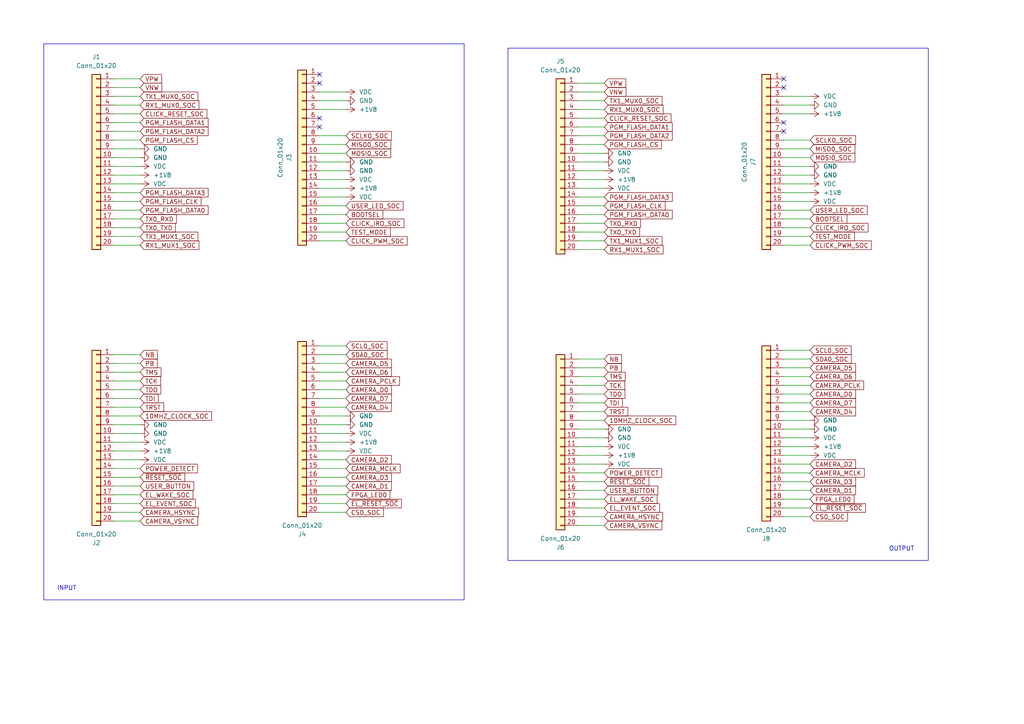
<source format=kicad_sch>
(kicad_sch (version 20230121) (generator eeschema)

  (uuid a2716f14-7689-4cc5-9598-a9215240ecae)

  (paper "A4")

  (lib_symbols
    (symbol "Connector_Generic:Conn_01x20" (pin_names (offset 1.016) hide) (in_bom yes) (on_board yes)
      (property "Reference" "J" (at 0 25.4 0)
        (effects (font (size 1.27 1.27)))
      )
      (property "Value" "Conn_01x20" (at 0 -27.94 0)
        (effects (font (size 1.27 1.27)))
      )
      (property "Footprint" "" (at 0 0 0)
        (effects (font (size 1.27 1.27)) hide)
      )
      (property "Datasheet" "~" (at 0 0 0)
        (effects (font (size 1.27 1.27)) hide)
      )
      (property "ki_keywords" "connector" (at 0 0 0)
        (effects (font (size 1.27 1.27)) hide)
      )
      (property "ki_description" "Generic connector, single row, 01x20, script generated (kicad-library-utils/schlib/autogen/connector/)" (at 0 0 0)
        (effects (font (size 1.27 1.27)) hide)
      )
      (property "ki_fp_filters" "Connector*:*_1x??_*" (at 0 0 0)
        (effects (font (size 1.27 1.27)) hide)
      )
      (symbol "Conn_01x20_1_1"
        (rectangle (start -1.27 -25.273) (end 0 -25.527)
          (stroke (width 0.1524) (type default))
          (fill (type none))
        )
        (rectangle (start -1.27 -22.733) (end 0 -22.987)
          (stroke (width 0.1524) (type default))
          (fill (type none))
        )
        (rectangle (start -1.27 -20.193) (end 0 -20.447)
          (stroke (width 0.1524) (type default))
          (fill (type none))
        )
        (rectangle (start -1.27 -17.653) (end 0 -17.907)
          (stroke (width 0.1524) (type default))
          (fill (type none))
        )
        (rectangle (start -1.27 -15.113) (end 0 -15.367)
          (stroke (width 0.1524) (type default))
          (fill (type none))
        )
        (rectangle (start -1.27 -12.573) (end 0 -12.827)
          (stroke (width 0.1524) (type default))
          (fill (type none))
        )
        (rectangle (start -1.27 -10.033) (end 0 -10.287)
          (stroke (width 0.1524) (type default))
          (fill (type none))
        )
        (rectangle (start -1.27 -7.493) (end 0 -7.747)
          (stroke (width 0.1524) (type default))
          (fill (type none))
        )
        (rectangle (start -1.27 -4.953) (end 0 -5.207)
          (stroke (width 0.1524) (type default))
          (fill (type none))
        )
        (rectangle (start -1.27 -2.413) (end 0 -2.667)
          (stroke (width 0.1524) (type default))
          (fill (type none))
        )
        (rectangle (start -1.27 0.127) (end 0 -0.127)
          (stroke (width 0.1524) (type default))
          (fill (type none))
        )
        (rectangle (start -1.27 2.667) (end 0 2.413)
          (stroke (width 0.1524) (type default))
          (fill (type none))
        )
        (rectangle (start -1.27 5.207) (end 0 4.953)
          (stroke (width 0.1524) (type default))
          (fill (type none))
        )
        (rectangle (start -1.27 7.747) (end 0 7.493)
          (stroke (width 0.1524) (type default))
          (fill (type none))
        )
        (rectangle (start -1.27 10.287) (end 0 10.033)
          (stroke (width 0.1524) (type default))
          (fill (type none))
        )
        (rectangle (start -1.27 12.827) (end 0 12.573)
          (stroke (width 0.1524) (type default))
          (fill (type none))
        )
        (rectangle (start -1.27 15.367) (end 0 15.113)
          (stroke (width 0.1524) (type default))
          (fill (type none))
        )
        (rectangle (start -1.27 17.907) (end 0 17.653)
          (stroke (width 0.1524) (type default))
          (fill (type none))
        )
        (rectangle (start -1.27 20.447) (end 0 20.193)
          (stroke (width 0.1524) (type default))
          (fill (type none))
        )
        (rectangle (start -1.27 22.987) (end 0 22.733)
          (stroke (width 0.1524) (type default))
          (fill (type none))
        )
        (rectangle (start -1.27 24.13) (end 1.27 -26.67)
          (stroke (width 0.254) (type default))
          (fill (type background))
        )
        (pin passive line (at -5.08 22.86 0) (length 3.81)
          (name "Pin_1" (effects (font (size 1.27 1.27))))
          (number "1" (effects (font (size 1.27 1.27))))
        )
        (pin passive line (at -5.08 0 0) (length 3.81)
          (name "Pin_10" (effects (font (size 1.27 1.27))))
          (number "10" (effects (font (size 1.27 1.27))))
        )
        (pin passive line (at -5.08 -2.54 0) (length 3.81)
          (name "Pin_11" (effects (font (size 1.27 1.27))))
          (number "11" (effects (font (size 1.27 1.27))))
        )
        (pin passive line (at -5.08 -5.08 0) (length 3.81)
          (name "Pin_12" (effects (font (size 1.27 1.27))))
          (number "12" (effects (font (size 1.27 1.27))))
        )
        (pin passive line (at -5.08 -7.62 0) (length 3.81)
          (name "Pin_13" (effects (font (size 1.27 1.27))))
          (number "13" (effects (font (size 1.27 1.27))))
        )
        (pin passive line (at -5.08 -10.16 0) (length 3.81)
          (name "Pin_14" (effects (font (size 1.27 1.27))))
          (number "14" (effects (font (size 1.27 1.27))))
        )
        (pin passive line (at -5.08 -12.7 0) (length 3.81)
          (name "Pin_15" (effects (font (size 1.27 1.27))))
          (number "15" (effects (font (size 1.27 1.27))))
        )
        (pin passive line (at -5.08 -15.24 0) (length 3.81)
          (name "Pin_16" (effects (font (size 1.27 1.27))))
          (number "16" (effects (font (size 1.27 1.27))))
        )
        (pin passive line (at -5.08 -17.78 0) (length 3.81)
          (name "Pin_17" (effects (font (size 1.27 1.27))))
          (number "17" (effects (font (size 1.27 1.27))))
        )
        (pin passive line (at -5.08 -20.32 0) (length 3.81)
          (name "Pin_18" (effects (font (size 1.27 1.27))))
          (number "18" (effects (font (size 1.27 1.27))))
        )
        (pin passive line (at -5.08 -22.86 0) (length 3.81)
          (name "Pin_19" (effects (font (size 1.27 1.27))))
          (number "19" (effects (font (size 1.27 1.27))))
        )
        (pin passive line (at -5.08 20.32 0) (length 3.81)
          (name "Pin_2" (effects (font (size 1.27 1.27))))
          (number "2" (effects (font (size 1.27 1.27))))
        )
        (pin passive line (at -5.08 -25.4 0) (length 3.81)
          (name "Pin_20" (effects (font (size 1.27 1.27))))
          (number "20" (effects (font (size 1.27 1.27))))
        )
        (pin passive line (at -5.08 17.78 0) (length 3.81)
          (name "Pin_3" (effects (font (size 1.27 1.27))))
          (number "3" (effects (font (size 1.27 1.27))))
        )
        (pin passive line (at -5.08 15.24 0) (length 3.81)
          (name "Pin_4" (effects (font (size 1.27 1.27))))
          (number "4" (effects (font (size 1.27 1.27))))
        )
        (pin passive line (at -5.08 12.7 0) (length 3.81)
          (name "Pin_5" (effects (font (size 1.27 1.27))))
          (number "5" (effects (font (size 1.27 1.27))))
        )
        (pin passive line (at -5.08 10.16 0) (length 3.81)
          (name "Pin_6" (effects (font (size 1.27 1.27))))
          (number "6" (effects (font (size 1.27 1.27))))
        )
        (pin passive line (at -5.08 7.62 0) (length 3.81)
          (name "Pin_7" (effects (font (size 1.27 1.27))))
          (number "7" (effects (font (size 1.27 1.27))))
        )
        (pin passive line (at -5.08 5.08 0) (length 3.81)
          (name "Pin_8" (effects (font (size 1.27 1.27))))
          (number "8" (effects (font (size 1.27 1.27))))
        )
        (pin passive line (at -5.08 2.54 0) (length 3.81)
          (name "Pin_9" (effects (font (size 1.27 1.27))))
          (number "9" (effects (font (size 1.27 1.27))))
        )
      )
    )
    (symbol "power:+1V8" (power) (pin_names (offset 0)) (in_bom yes) (on_board yes)
      (property "Reference" "#PWR" (at 0 -3.81 0)
        (effects (font (size 1.27 1.27)) hide)
      )
      (property "Value" "+1V8" (at 0 3.556 0)
        (effects (font (size 1.27 1.27)))
      )
      (property "Footprint" "" (at 0 0 0)
        (effects (font (size 1.27 1.27)) hide)
      )
      (property "Datasheet" "" (at 0 0 0)
        (effects (font (size 1.27 1.27)) hide)
      )
      (property "ki_keywords" "global power" (at 0 0 0)
        (effects (font (size 1.27 1.27)) hide)
      )
      (property "ki_description" "Power symbol creates a global label with name \"+1V8\"" (at 0 0 0)
        (effects (font (size 1.27 1.27)) hide)
      )
      (symbol "+1V8_0_1"
        (polyline
          (pts
            (xy -0.762 1.27)
            (xy 0 2.54)
          )
          (stroke (width 0) (type default))
          (fill (type none))
        )
        (polyline
          (pts
            (xy 0 0)
            (xy 0 2.54)
          )
          (stroke (width 0) (type default))
          (fill (type none))
        )
        (polyline
          (pts
            (xy 0 2.54)
            (xy 0.762 1.27)
          )
          (stroke (width 0) (type default))
          (fill (type none))
        )
      )
      (symbol "+1V8_1_1"
        (pin power_in line (at 0 0 90) (length 0) hide
          (name "+1V8" (effects (font (size 1.27 1.27))))
          (number "1" (effects (font (size 1.27 1.27))))
        )
      )
    )
    (symbol "power:GND" (power) (pin_names (offset 0)) (in_bom yes) (on_board yes)
      (property "Reference" "#PWR" (at 0 -6.35 0)
        (effects (font (size 1.27 1.27)) hide)
      )
      (property "Value" "GND" (at 0 -3.81 0)
        (effects (font (size 1.27 1.27)))
      )
      (property "Footprint" "" (at 0 0 0)
        (effects (font (size 1.27 1.27)) hide)
      )
      (property "Datasheet" "" (at 0 0 0)
        (effects (font (size 1.27 1.27)) hide)
      )
      (property "ki_keywords" "global power" (at 0 0 0)
        (effects (font (size 1.27 1.27)) hide)
      )
      (property "ki_description" "Power symbol creates a global label with name \"GND\" , ground" (at 0 0 0)
        (effects (font (size 1.27 1.27)) hide)
      )
      (symbol "GND_0_1"
        (polyline
          (pts
            (xy 0 0)
            (xy 0 -1.27)
            (xy 1.27 -1.27)
            (xy 0 -2.54)
            (xy -1.27 -1.27)
            (xy 0 -1.27)
          )
          (stroke (width 0) (type default))
          (fill (type none))
        )
      )
      (symbol "GND_1_1"
        (pin power_in line (at 0 0 270) (length 0) hide
          (name "GND" (effects (font (size 1.27 1.27))))
          (number "1" (effects (font (size 1.27 1.27))))
        )
      )
    )
    (symbol "power:VDC" (power) (pin_names (offset 0)) (in_bom yes) (on_board yes)
      (property "Reference" "#PWR" (at 0 -2.54 0)
        (effects (font (size 1.27 1.27)) hide)
      )
      (property "Value" "VDC" (at 0 6.35 0)
        (effects (font (size 1.27 1.27)))
      )
      (property "Footprint" "" (at 0 0 0)
        (effects (font (size 1.27 1.27)) hide)
      )
      (property "Datasheet" "" (at 0 0 0)
        (effects (font (size 1.27 1.27)) hide)
      )
      (property "ki_keywords" "global power" (at 0 0 0)
        (effects (font (size 1.27 1.27)) hide)
      )
      (property "ki_description" "Power symbol creates a global label with name \"VDC\"" (at 0 0 0)
        (effects (font (size 1.27 1.27)) hide)
      )
      (symbol "VDC_0_1"
        (polyline
          (pts
            (xy -0.762 1.27)
            (xy 0 2.54)
          )
          (stroke (width 0) (type default))
          (fill (type none))
        )
        (polyline
          (pts
            (xy 0 0)
            (xy 0 2.54)
          )
          (stroke (width 0) (type default))
          (fill (type none))
        )
        (polyline
          (pts
            (xy 0 2.54)
            (xy 0.762 1.27)
          )
          (stroke (width 0) (type default))
          (fill (type none))
        )
      )
      (symbol "VDC_1_1"
        (pin power_in line (at 0 0 90) (length 0) hide
          (name "VDC" (effects (font (size 1.27 1.27))))
          (number "1" (effects (font (size 1.27 1.27))))
        )
      )
    )
  )


  (no_connect (at 92.71 36.83) (uuid 1f2bbc46-bd82-45c7-a526-bc3a92aed04f))
  (no_connect (at 92.71 21.59) (uuid 32200adf-f8df-443b-b516-18483f33b622))
  (no_connect (at 227.33 35.56) (uuid 590f9798-0a90-46c2-85ce-c23760ad1b18))
  (no_connect (at 227.33 38.1) (uuid 664fc561-50f6-412c-9b9c-c6c1102498f1))
  (no_connect (at 227.33 22.86) (uuid 7e6a7118-e65c-4ac0-b9ce-af8e267c99cc))
  (no_connect (at 227.33 25.4) (uuid d8fc7a22-7013-4e72-a3e5-2b667dc0f5f9))
  (no_connect (at 92.71 34.29) (uuid e3467ea3-cc60-43e1-b65f-1ce9e77ad549))
  (no_connect (at 92.71 24.13) (uuid f99d6e04-3321-4f93-88a7-383645a70d40))

  (wire (pts (xy 92.71 54.61) (xy 100.33 54.61))
    (stroke (width 0) (type default))
    (uuid 007c4d5e-8aee-4d44-a7b7-d77048cbd43b)
  )
  (wire (pts (xy 92.71 115.57) (xy 100.33 115.57))
    (stroke (width 0) (type default))
    (uuid 0346d871-0e18-4e04-9f20-9697ef9e867c)
  )
  (wire (pts (xy 33.02 115.57) (xy 40.64 115.57))
    (stroke (width 0) (type default))
    (uuid 0aa28520-3be9-458a-a871-f1b62d74673d)
  )
  (wire (pts (xy 92.71 118.11) (xy 100.33 118.11))
    (stroke (width 0) (type default))
    (uuid 0b2bcc11-6dd9-4594-80ee-75692a5a104d)
  )
  (wire (pts (xy 92.71 128.27) (xy 100.33 128.27))
    (stroke (width 0) (type default))
    (uuid 0c8b14cd-c788-4c0e-8982-1df05ef712a2)
  )
  (wire (pts (xy 92.71 133.35) (xy 100.33 133.35))
    (stroke (width 0) (type default))
    (uuid 0f90f5f0-5d09-417b-a51c-459fbf3ab13d)
  )
  (wire (pts (xy 167.64 59.69) (xy 175.26 59.69))
    (stroke (width 0) (type default))
    (uuid 0f9d7ec5-9b0a-401a-95a2-82cbc2a80a0f)
  )
  (wire (pts (xy 227.33 149.86) (xy 234.95 149.86))
    (stroke (width 0) (type default))
    (uuid 10dddf8f-1704-4dce-ace6-27ac7d17cb3b)
  )
  (wire (pts (xy 227.33 114.3) (xy 234.95 114.3))
    (stroke (width 0) (type default))
    (uuid 14489b0a-d71c-44c8-b60e-c56af282d179)
  )
  (wire (pts (xy 33.02 27.94) (xy 40.64 27.94))
    (stroke (width 0) (type default))
    (uuid 159ca111-1485-4075-abab-6678f8c9d0bc)
  )
  (wire (pts (xy 92.71 46.99) (xy 100.33 46.99))
    (stroke (width 0) (type default))
    (uuid 1758f4dc-d71c-4206-8cbb-29acead69350)
  )
  (wire (pts (xy 167.64 57.15) (xy 175.26 57.15))
    (stroke (width 0) (type default))
    (uuid 1b8c9564-48a7-4cc9-91d2-c025f298c886)
  )
  (wire (pts (xy 92.71 102.87) (xy 100.33 102.87))
    (stroke (width 0) (type default))
    (uuid 1cb5d95a-26f7-4049-87d6-db5646620c6b)
  )
  (wire (pts (xy 92.71 105.41) (xy 100.33 105.41))
    (stroke (width 0) (type default))
    (uuid 21051103-1724-46d5-b0b2-bbaaf3ec482f)
  )
  (wire (pts (xy 33.02 133.35) (xy 40.64 133.35))
    (stroke (width 0) (type default))
    (uuid 2200b517-0209-408c-84c4-58d23b90f834)
  )
  (wire (pts (xy 227.33 124.46) (xy 234.95 124.46))
    (stroke (width 0) (type default))
    (uuid 222473c3-dd8f-46f3-a1c1-2a95119aaf45)
  )
  (wire (pts (xy 92.71 29.21) (xy 100.33 29.21))
    (stroke (width 0) (type default))
    (uuid 22ee2fad-433d-4947-a760-22fdbf7dd31e)
  )
  (wire (pts (xy 33.02 146.05) (xy 40.64 146.05))
    (stroke (width 0) (type default))
    (uuid 24df3216-e5bc-4e20-a41a-0ec837c5096c)
  )
  (wire (pts (xy 92.71 148.59) (xy 100.33 148.59))
    (stroke (width 0) (type default))
    (uuid 2af018b0-78ac-464a-b1c0-bee9e82bcd29)
  )
  (wire (pts (xy 227.33 48.26) (xy 234.95 48.26))
    (stroke (width 0) (type default))
    (uuid 2c1dd48e-c85a-4cae-9f48-190dc016f6eb)
  )
  (wire (pts (xy 227.33 101.6) (xy 234.95 101.6))
    (stroke (width 0) (type default))
    (uuid 2f2a830f-6cdd-4e55-ae1d-7abd25240a96)
  )
  (wire (pts (xy 167.64 29.21) (xy 175.26 29.21))
    (stroke (width 0) (type default))
    (uuid 2f49e048-0e5b-4f1e-b0dd-1601992c307a)
  )
  (wire (pts (xy 227.33 116.84) (xy 234.95 116.84))
    (stroke (width 0) (type default))
    (uuid 2f8e7c8d-b861-467d-af3b-4af82baaac95)
  )
  (wire (pts (xy 167.64 69.85) (xy 175.26 69.85))
    (stroke (width 0) (type default))
    (uuid 31010b81-ac6c-476a-89f7-8601f374fc66)
  )
  (wire (pts (xy 167.64 34.29) (xy 175.26 34.29))
    (stroke (width 0) (type default))
    (uuid 31d0bf98-777e-4911-bb32-221a820d7d9e)
  )
  (wire (pts (xy 167.64 64.77) (xy 175.26 64.77))
    (stroke (width 0) (type default))
    (uuid 32b13943-a143-4fdf-b04e-766aa4b15003)
  )
  (wire (pts (xy 33.02 22.86) (xy 40.64 22.86))
    (stroke (width 0) (type default))
    (uuid 32e874da-5f1c-4f70-a2cb-4095c87eccd8)
  )
  (wire (pts (xy 92.71 140.97) (xy 100.33 140.97))
    (stroke (width 0) (type default))
    (uuid 33d7123d-ec87-4ad4-b23d-9cab24ac9c5c)
  )
  (wire (pts (xy 33.02 148.59) (xy 40.64 148.59))
    (stroke (width 0) (type default))
    (uuid 33fc5d7c-c0d1-4fab-a1ac-83a2560565c9)
  )
  (wire (pts (xy 33.02 130.81) (xy 40.64 130.81))
    (stroke (width 0) (type default))
    (uuid 3456e791-7ec0-4e71-9ad8-229a1b3da2b1)
  )
  (wire (pts (xy 167.64 54.61) (xy 175.26 54.61))
    (stroke (width 0) (type default))
    (uuid 3473cb7b-1768-4f1a-ad78-1725ee32768c)
  )
  (wire (pts (xy 227.33 33.02) (xy 234.95 33.02))
    (stroke (width 0) (type default))
    (uuid 35b9e615-aff1-4f74-9ff4-0e5d9d516eba)
  )
  (wire (pts (xy 227.33 58.42) (xy 234.95 58.42))
    (stroke (width 0) (type default))
    (uuid 368fc542-7c58-4162-920b-57bcf84e4c67)
  )
  (wire (pts (xy 167.64 111.76) (xy 175.26 111.76))
    (stroke (width 0) (type default))
    (uuid 390bc184-e2f3-481e-a3d0-daa832a92ca4)
  )
  (wire (pts (xy 33.02 138.43) (xy 40.64 138.43))
    (stroke (width 0) (type default))
    (uuid 396e5c69-6d45-45c4-8a97-add3f9da53e1)
  )
  (wire (pts (xy 92.71 138.43) (xy 100.33 138.43))
    (stroke (width 0) (type default))
    (uuid 3d78bd1d-197e-4beb-9a89-dd39446f8b49)
  )
  (wire (pts (xy 227.33 139.7) (xy 234.95 139.7))
    (stroke (width 0) (type default))
    (uuid 3ef7d629-a7d8-4075-beb7-f83a08af64e2)
  )
  (wire (pts (xy 227.33 129.54) (xy 234.95 129.54))
    (stroke (width 0) (type default))
    (uuid 410da5a5-2cc9-4f10-a111-5c292679a640)
  )
  (wire (pts (xy 167.64 31.75) (xy 175.26 31.75))
    (stroke (width 0) (type default))
    (uuid 43a30af2-69c3-4976-96ad-2d1bd9933972)
  )
  (wire (pts (xy 227.33 27.94) (xy 234.95 27.94))
    (stroke (width 0) (type default))
    (uuid 461e9e5b-7586-476d-9ac6-f982052edc1a)
  )
  (wire (pts (xy 92.71 59.69) (xy 100.33 59.69))
    (stroke (width 0) (type default))
    (uuid 4cd1644d-b240-4b77-9258-4a4e2b5c1136)
  )
  (wire (pts (xy 227.33 121.92) (xy 234.95 121.92))
    (stroke (width 0) (type default))
    (uuid 4ec44b58-6c3d-44e7-867a-dcf5595d0241)
  )
  (wire (pts (xy 167.64 67.31) (xy 175.26 67.31))
    (stroke (width 0) (type default))
    (uuid 4f3e9356-3e00-42b6-a55c-822dd4fc73bb)
  )
  (wire (pts (xy 227.33 119.38) (xy 234.95 119.38))
    (stroke (width 0) (type default))
    (uuid 5358ffe5-5695-4a9e-a26a-7d141467141f)
  )
  (wire (pts (xy 167.64 144.78) (xy 175.26 144.78))
    (stroke (width 0) (type default))
    (uuid 57d68945-8cbe-4cdf-88ed-164440f42031)
  )
  (wire (pts (xy 92.71 39.37) (xy 100.33 39.37))
    (stroke (width 0) (type default))
    (uuid 5827339a-5fee-4b33-92ef-ba3411e35723)
  )
  (wire (pts (xy 33.02 105.41) (xy 40.64 105.41))
    (stroke (width 0) (type default))
    (uuid 59b8e003-9103-4e29-8401-ef0cbb97da1d)
  )
  (wire (pts (xy 33.02 125.73) (xy 40.64 125.73))
    (stroke (width 0) (type default))
    (uuid 5dbee30e-845b-4d38-bf0c-f68545fc8ddc)
  )
  (wire (pts (xy 167.64 121.92) (xy 175.26 121.92))
    (stroke (width 0) (type default))
    (uuid 616a4275-e105-41f4-b8fe-9bf3937b12a8)
  )
  (wire (pts (xy 227.33 43.18) (xy 234.95 43.18))
    (stroke (width 0) (type default))
    (uuid 620045ab-1f86-474b-9830-b623ed7d99d2)
  )
  (wire (pts (xy 33.02 60.96) (xy 40.64 60.96))
    (stroke (width 0) (type default))
    (uuid 627fcd29-945e-42c1-abce-f5a12c7dd8be)
  )
  (wire (pts (xy 92.71 107.95) (xy 100.33 107.95))
    (stroke (width 0) (type default))
    (uuid 6326715b-986b-4c0d-bab6-0f85f3e324ac)
  )
  (wire (pts (xy 167.64 134.62) (xy 175.26 134.62))
    (stroke (width 0) (type default))
    (uuid 668babff-40ad-47b7-8a82-4ac5b6806330)
  )
  (wire (pts (xy 33.02 113.03) (xy 40.64 113.03))
    (stroke (width 0) (type default))
    (uuid 691bed15-28d3-4a72-886e-3a4f7c6da87b)
  )
  (wire (pts (xy 92.71 135.89) (xy 100.33 135.89))
    (stroke (width 0) (type default))
    (uuid 6ccfe8dd-8d56-47d3-a6e2-a6e5c79da7a0)
  )
  (wire (pts (xy 167.64 119.38) (xy 175.26 119.38))
    (stroke (width 0) (type default))
    (uuid 6d80a881-f01a-4abb-b5ab-b61dddd27252)
  )
  (wire (pts (xy 227.33 68.58) (xy 234.95 68.58))
    (stroke (width 0) (type default))
    (uuid 6de0b197-6f9f-4ff7-8d66-fd2b99f52497)
  )
  (wire (pts (xy 227.33 45.72) (xy 234.95 45.72))
    (stroke (width 0) (type default))
    (uuid 728f957f-3e19-4149-bc8a-96378bafcd77)
  )
  (wire (pts (xy 227.33 142.24) (xy 234.95 142.24))
    (stroke (width 0) (type default))
    (uuid 77fd448c-fb3e-4d2c-97bc-d8e843bcfbaf)
  )
  (wire (pts (xy 227.33 63.5) (xy 234.95 63.5))
    (stroke (width 0) (type default))
    (uuid 7999194b-58f1-44dc-84bf-d0f413a812d7)
  )
  (wire (pts (xy 227.33 30.48) (xy 234.95 30.48))
    (stroke (width 0) (type default))
    (uuid 7a793099-a1e7-48e6-858c-0e87813f5e0b)
  )
  (wire (pts (xy 33.02 33.02) (xy 40.64 33.02))
    (stroke (width 0) (type default))
    (uuid 7b276c23-65e0-42e7-8bc3-73206dc585f3)
  )
  (wire (pts (xy 167.64 139.7) (xy 175.26 139.7))
    (stroke (width 0) (type default))
    (uuid 7b7d48f5-6448-4544-96e3-c442ed29cdad)
  )
  (wire (pts (xy 167.64 142.24) (xy 175.26 142.24))
    (stroke (width 0) (type default))
    (uuid 7f2d5f01-3317-4205-bcb7-8658ebf2af1f)
  )
  (wire (pts (xy 167.64 114.3) (xy 175.26 114.3))
    (stroke (width 0) (type default))
    (uuid 80a948b9-30c1-4fdc-9459-97fadccc9138)
  )
  (wire (pts (xy 167.64 129.54) (xy 175.26 129.54))
    (stroke (width 0) (type default))
    (uuid 828eaf6d-1be8-47b9-8209-bfc1d753a9c5)
  )
  (wire (pts (xy 33.02 63.5) (xy 40.64 63.5))
    (stroke (width 0) (type default))
    (uuid 84d48d23-1c85-4397-987e-6e6414745ccb)
  )
  (wire (pts (xy 167.64 127) (xy 175.26 127))
    (stroke (width 0) (type default))
    (uuid 86aa4bea-ee7a-4aa1-a799-5033f65835b0)
  )
  (wire (pts (xy 92.71 64.77) (xy 100.33 64.77))
    (stroke (width 0) (type default))
    (uuid 87efd310-42c2-472f-938e-59a75e3f2a1f)
  )
  (wire (pts (xy 167.64 149.86) (xy 175.26 149.86))
    (stroke (width 0) (type default))
    (uuid 8861cb3e-d4af-48cf-95f5-a5a76110600c)
  )
  (wire (pts (xy 167.64 109.22) (xy 175.26 109.22))
    (stroke (width 0) (type default))
    (uuid 888d1e64-809f-44e8-8e35-cd4d3bd4b25a)
  )
  (wire (pts (xy 227.33 144.78) (xy 234.95 144.78))
    (stroke (width 0) (type default))
    (uuid 8ac8a741-4f06-4432-bb6b-85f715654b9f)
  )
  (wire (pts (xy 92.71 130.81) (xy 100.33 130.81))
    (stroke (width 0) (type default))
    (uuid 8cc4fd9c-46c5-4203-a055-944b2e38d718)
  )
  (wire (pts (xy 227.33 104.14) (xy 234.95 104.14))
    (stroke (width 0) (type default))
    (uuid 90285d29-fc6d-4c4e-92d1-e8cd23896ece)
  )
  (wire (pts (xy 33.02 66.04) (xy 40.64 66.04))
    (stroke (width 0) (type default))
    (uuid 92af6479-1524-4846-b3b7-25581684b080)
  )
  (wire (pts (xy 227.33 40.64) (xy 234.95 40.64))
    (stroke (width 0) (type default))
    (uuid 9516141e-0fae-4465-82ac-0597f365ea6b)
  )
  (wire (pts (xy 33.02 53.34) (xy 40.64 53.34))
    (stroke (width 0) (type default))
    (uuid 95901f9c-7620-495d-96dd-326a35b9dda6)
  )
  (wire (pts (xy 92.71 113.03) (xy 100.33 113.03))
    (stroke (width 0) (type default))
    (uuid 95c1fbfa-bd6f-4d3a-8920-1216ac04d017)
  )
  (wire (pts (xy 92.71 67.31) (xy 100.33 67.31))
    (stroke (width 0) (type default))
    (uuid 96174ca1-b09e-48d3-a671-5c42bb22cd18)
  )
  (wire (pts (xy 92.71 110.49) (xy 100.33 110.49))
    (stroke (width 0) (type default))
    (uuid 96440c0a-d45e-4f49-9535-fe9250ff791f)
  )
  (wire (pts (xy 227.33 132.08) (xy 234.95 132.08))
    (stroke (width 0) (type default))
    (uuid 97045ebf-4286-49b8-9b62-1bc3f0d448f6)
  )
  (wire (pts (xy 33.02 120.65) (xy 40.64 120.65))
    (stroke (width 0) (type default))
    (uuid 9b48a219-816a-4b73-9e39-4f9cc01702b6)
  )
  (wire (pts (xy 167.64 132.08) (xy 175.26 132.08))
    (stroke (width 0) (type default))
    (uuid 9ceb0b1b-47e9-4958-92ce-3aef1ba42e2b)
  )
  (wire (pts (xy 167.64 152.4) (xy 175.26 152.4))
    (stroke (width 0) (type default))
    (uuid 9e19f343-c5de-44c4-bb6b-9b955cb9d8c4)
  )
  (wire (pts (xy 92.71 62.23) (xy 100.33 62.23))
    (stroke (width 0) (type default))
    (uuid 9ea4d8ad-f2fa-4e7d-bc40-cd3fe070eaad)
  )
  (wire (pts (xy 33.02 25.4) (xy 40.64 25.4))
    (stroke (width 0) (type default))
    (uuid 9eedff9e-a70c-4a4f-a996-0c42a3f4c6ac)
  )
  (wire (pts (xy 92.71 143.51) (xy 100.33 143.51))
    (stroke (width 0) (type default))
    (uuid 9f2d76da-9593-4168-9793-c539b2cf7402)
  )
  (wire (pts (xy 227.33 53.34) (xy 234.95 53.34))
    (stroke (width 0) (type default))
    (uuid a069e88f-e5d9-4140-a187-243eb21d6151)
  )
  (wire (pts (xy 92.71 49.53) (xy 100.33 49.53))
    (stroke (width 0) (type default))
    (uuid a11bf69f-3252-4631-b2f0-47400deecf3a)
  )
  (wire (pts (xy 167.64 49.53) (xy 175.26 49.53))
    (stroke (width 0) (type default))
    (uuid a1b5f3af-36d5-4f7f-996a-82822f219dd0)
  )
  (wire (pts (xy 167.64 36.83) (xy 175.26 36.83))
    (stroke (width 0) (type default))
    (uuid a27c57a3-26c6-436c-aa3d-f4d8db39210c)
  )
  (wire (pts (xy 92.71 31.75) (xy 100.33 31.75))
    (stroke (width 0) (type default))
    (uuid a803b19b-296d-4966-bf34-e78634bdf56a)
  )
  (wire (pts (xy 227.33 66.04) (xy 234.95 66.04))
    (stroke (width 0) (type default))
    (uuid a93cbab1-a242-44b8-bb40-2465509c41e4)
  )
  (wire (pts (xy 33.02 50.8) (xy 40.64 50.8))
    (stroke (width 0) (type default))
    (uuid a9cb4bd2-3eee-4c99-bb92-422eeb0cc34b)
  )
  (wire (pts (xy 227.33 127) (xy 234.95 127))
    (stroke (width 0) (type default))
    (uuid aa006a77-0847-4b7e-b62c-65916adf0917)
  )
  (wire (pts (xy 33.02 143.51) (xy 40.64 143.51))
    (stroke (width 0) (type default))
    (uuid ad031c00-e7c4-45ec-b766-780cc3556465)
  )
  (wire (pts (xy 92.71 41.91) (xy 100.33 41.91))
    (stroke (width 0) (type default))
    (uuid b14b2726-9be4-4cf8-bce4-a5b821fff81a)
  )
  (wire (pts (xy 167.64 106.68) (xy 175.26 106.68))
    (stroke (width 0) (type default))
    (uuid b1f12369-fd04-4013-a20a-42e1c75e3e5b)
  )
  (wire (pts (xy 33.02 110.49) (xy 40.64 110.49))
    (stroke (width 0) (type default))
    (uuid b23df2c0-3986-48cd-9f3d-471964686ff6)
  )
  (wire (pts (xy 33.02 128.27) (xy 40.64 128.27))
    (stroke (width 0) (type default))
    (uuid b3a84c9c-3c13-449f-a9d1-aef9eb260a0f)
  )
  (wire (pts (xy 227.33 111.76) (xy 234.95 111.76))
    (stroke (width 0) (type default))
    (uuid b3f5d8af-6867-4c88-aa59-d520ed1797f8)
  )
  (wire (pts (xy 33.02 48.26) (xy 40.64 48.26))
    (stroke (width 0) (type default))
    (uuid b5a7cb47-fc75-469f-90fd-2c4d9ff80901)
  )
  (wire (pts (xy 227.33 109.22) (xy 234.95 109.22))
    (stroke (width 0) (type default))
    (uuid b69ab72b-3bf4-47d6-a126-696877eca03b)
  )
  (wire (pts (xy 33.02 140.97) (xy 40.64 140.97))
    (stroke (width 0) (type default))
    (uuid b7ec9ac7-84f1-4241-8112-87c03a159146)
  )
  (wire (pts (xy 33.02 38.1) (xy 40.64 38.1))
    (stroke (width 0) (type default))
    (uuid b87b970a-4718-47af-97c8-9cc4fb60735a)
  )
  (wire (pts (xy 167.64 147.32) (xy 175.26 147.32))
    (stroke (width 0) (type default))
    (uuid bad83318-ebe8-4988-bb01-3714f7ef0e94)
  )
  (wire (pts (xy 227.33 55.88) (xy 234.95 55.88))
    (stroke (width 0) (type default))
    (uuid bb928c4d-6db6-4248-af6c-4e1ce8a71194)
  )
  (wire (pts (xy 167.64 72.39) (xy 175.26 72.39))
    (stroke (width 0) (type default))
    (uuid bc42f5c6-c63c-476f-8242-5cf62f1fc271)
  )
  (wire (pts (xy 33.02 43.18) (xy 40.64 43.18))
    (stroke (width 0) (type default))
    (uuid bf949d91-6866-428e-895e-1cc161e5b4ca)
  )
  (wire (pts (xy 167.64 124.46) (xy 175.26 124.46))
    (stroke (width 0) (type default))
    (uuid bfbeff13-e490-4735-86aa-681d9b5a7357)
  )
  (wire (pts (xy 167.64 26.67) (xy 175.26 26.67))
    (stroke (width 0) (type default))
    (uuid c028c3d2-4529-441d-bb84-e4df05199c5a)
  )
  (wire (pts (xy 227.33 106.68) (xy 234.95 106.68))
    (stroke (width 0) (type default))
    (uuid c3be0f72-6b0f-4b22-b719-62941d2361a3)
  )
  (wire (pts (xy 227.33 134.62) (xy 234.95 134.62))
    (stroke (width 0) (type default))
    (uuid c3c2ab6f-5eb4-4576-bac2-054f4037cc7c)
  )
  (wire (pts (xy 167.64 39.37) (xy 175.26 39.37))
    (stroke (width 0) (type default))
    (uuid c5107f35-a1b5-4b12-a6cf-e0c3a9ad4015)
  )
  (wire (pts (xy 92.71 123.19) (xy 100.33 123.19))
    (stroke (width 0) (type default))
    (uuid c5994582-ba40-43fc-84de-6348a041bf09)
  )
  (wire (pts (xy 33.02 30.48) (xy 40.64 30.48))
    (stroke (width 0) (type default))
    (uuid c61c1294-8322-4ec8-bdb1-c9495fd0b947)
  )
  (wire (pts (xy 167.64 62.23) (xy 175.26 62.23))
    (stroke (width 0) (type default))
    (uuid c6d11fc9-b1c5-4cf9-a680-b1351347d4ed)
  )
  (wire (pts (xy 167.64 24.13) (xy 175.26 24.13))
    (stroke (width 0) (type default))
    (uuid c6d6afc6-a83a-4940-9ae8-e899525e9c65)
  )
  (wire (pts (xy 92.71 69.85) (xy 100.33 69.85))
    (stroke (width 0) (type default))
    (uuid c73c1aab-50f0-4960-a920-1757b5be1e01)
  )
  (wire (pts (xy 92.71 100.33) (xy 100.33 100.33))
    (stroke (width 0) (type default))
    (uuid c796f3b4-02b4-4214-8e11-c7c6519b24f3)
  )
  (wire (pts (xy 227.33 137.16) (xy 234.95 137.16))
    (stroke (width 0) (type default))
    (uuid c95eab46-9304-421d-978c-9901cfd7db43)
  )
  (wire (pts (xy 167.64 44.45) (xy 175.26 44.45))
    (stroke (width 0) (type default))
    (uuid c973bb20-43c6-4b06-9b6f-c23c469d2b88)
  )
  (wire (pts (xy 92.71 26.67) (xy 100.33 26.67))
    (stroke (width 0) (type default))
    (uuid cb8c3ced-9eff-4a56-89ea-b730656d2999)
  )
  (wire (pts (xy 33.02 107.95) (xy 40.64 107.95))
    (stroke (width 0) (type default))
    (uuid ccaa4889-c24c-42e4-b250-7b094b8c6aa6)
  )
  (wire (pts (xy 167.64 104.14) (xy 175.26 104.14))
    (stroke (width 0) (type default))
    (uuid cf86553a-2b1c-4f08-b88a-65b050826edc)
  )
  (wire (pts (xy 33.02 55.88) (xy 40.64 55.88))
    (stroke (width 0) (type default))
    (uuid d040c974-519a-43b4-acaa-7f3cf9c009f2)
  )
  (wire (pts (xy 167.64 137.16) (xy 175.26 137.16))
    (stroke (width 0) (type default))
    (uuid d0f2245e-689f-44da-b272-4f7c3a1951b5)
  )
  (wire (pts (xy 167.64 46.99) (xy 175.26 46.99))
    (stroke (width 0) (type default))
    (uuid d5ca12ed-be93-4267-b757-a47d0ea6377a)
  )
  (wire (pts (xy 227.33 147.32) (xy 234.95 147.32))
    (stroke (width 0) (type default))
    (uuid d65d358c-dabe-4dba-9d1d-9b521bea4d5e)
  )
  (wire (pts (xy 33.02 40.64) (xy 40.64 40.64))
    (stroke (width 0) (type default))
    (uuid d78fb50b-e2cd-472b-8fd3-cf29e2b3bacd)
  )
  (wire (pts (xy 92.71 125.73) (xy 100.33 125.73))
    (stroke (width 0) (type default))
    (uuid def62eb3-c45a-4dc9-92b8-214c841aa679)
  )
  (wire (pts (xy 92.71 146.05) (xy 100.33 146.05))
    (stroke (width 0) (type default))
    (uuid df3a2649-15b7-47d5-9dc7-16fb057bbce6)
  )
  (wire (pts (xy 33.02 151.13) (xy 40.64 151.13))
    (stroke (width 0) (type default))
    (uuid e3ad1cb5-7deb-4db8-9feb-becdb9fbee69)
  )
  (wire (pts (xy 227.33 50.8) (xy 234.95 50.8))
    (stroke (width 0) (type default))
    (uuid e3ea8e7e-e6eb-449d-9e08-dd9e001a0919)
  )
  (wire (pts (xy 92.71 57.15) (xy 100.33 57.15))
    (stroke (width 0) (type default))
    (uuid e4670114-fb27-47a8-9336-9ae2203949b6)
  )
  (wire (pts (xy 167.64 52.07) (xy 175.26 52.07))
    (stroke (width 0) (type default))
    (uuid e475c4b4-9a9c-49d2-98e0-09e197fd749d)
  )
  (wire (pts (xy 33.02 123.19) (xy 40.64 123.19))
    (stroke (width 0) (type default))
    (uuid e4e650d4-9fac-40a7-9c0e-dd3da0d5676f)
  )
  (wire (pts (xy 33.02 68.58) (xy 40.64 68.58))
    (stroke (width 0) (type default))
    (uuid e50a997f-8a6f-4196-b651-dbcd643143fb)
  )
  (wire (pts (xy 167.64 116.84) (xy 175.26 116.84))
    (stroke (width 0) (type default))
    (uuid e599a9d4-668b-456f-a1e3-3b383bf8f360)
  )
  (wire (pts (xy 33.02 118.11) (xy 40.64 118.11))
    (stroke (width 0) (type default))
    (uuid e80c97a8-f081-4596-ba96-7cc041bf1cc6)
  )
  (wire (pts (xy 167.64 41.91) (xy 175.26 41.91))
    (stroke (width 0) (type default))
    (uuid e93ac2cc-9dde-45f5-b3cc-002015b05de2)
  )
  (wire (pts (xy 227.33 60.96) (xy 234.95 60.96))
    (stroke (width 0) (type default))
    (uuid e94e6330-6a39-4c59-8f64-9fafff0d86ad)
  )
  (wire (pts (xy 92.71 52.07) (xy 100.33 52.07))
    (stroke (width 0) (type default))
    (uuid e9a00221-fa46-48b8-807c-99800c19c02d)
  )
  (wire (pts (xy 33.02 58.42) (xy 40.64 58.42))
    (stroke (width 0) (type default))
    (uuid eacbf58f-46f9-4612-aee9-04b3dbed9591)
  )
  (wire (pts (xy 33.02 71.12) (xy 40.64 71.12))
    (stroke (width 0) (type default))
    (uuid f0756d8c-f2f5-4048-95f8-f634cad393de)
  )
  (wire (pts (xy 227.33 71.12) (xy 234.95 71.12))
    (stroke (width 0) (type default))
    (uuid f206a3d6-4af7-49fb-8895-8bc8dbf39c92)
  )
  (wire (pts (xy 33.02 45.72) (xy 40.64 45.72))
    (stroke (width 0) (type default))
    (uuid f5d9b043-6b5d-41cb-b24b-7c359ff81b5d)
  )
  (wire (pts (xy 92.71 120.65) (xy 100.33 120.65))
    (stroke (width 0) (type default))
    (uuid f5f45d9a-a712-4bf5-a626-6d9936ae41d9)
  )
  (wire (pts (xy 33.02 135.89) (xy 40.64 135.89))
    (stroke (width 0) (type default))
    (uuid f700eb48-09aa-4818-8cf3-7962a86b9318)
  )
  (wire (pts (xy 33.02 35.56) (xy 40.64 35.56))
    (stroke (width 0) (type default))
    (uuid f96462b3-a8e1-48ed-abc7-5f3f3873dd4f)
  )
  (wire (pts (xy 92.71 44.45) (xy 100.33 44.45))
    (stroke (width 0) (type default))
    (uuid fe7889ff-fa1b-49a0-a66f-da808aa6b82d)
  )
  (wire (pts (xy 33.02 102.87) (xy 40.64 102.87))
    (stroke (width 0) (type default))
    (uuid ff571a24-1101-4a03-8077-554b87d0a72f)
  )

  (rectangle (start 12.7 12.7) (end 134.62 173.99)
    (stroke (width 0) (type default))
    (fill (type none))
    (uuid 40b94a5b-a176-4614-aa43-cad8778c466e)
  )
  (rectangle (start 147.32 13.97) (end 269.24 162.56)
    (stroke (width 0) (type default))
    (fill (type none))
    (uuid e70a93b4-af62-4af9-9334-fb53dabbd011)
  )

  (text "INPUT" (at 16.51 171.45 0)
    (effects (font (size 1.27 1.27)) (justify left bottom))
    (uuid a75c3bf5-857e-49b9-b77b-c4b0d537e4ed)
  )
  (text "OUTPUT\n" (at 257.81 160.02 0)
    (effects (font (size 1.27 1.27)) (justify left bottom))
    (uuid eccb62ae-97d5-4e08-8047-4b4996a58f3c)
  )

  (global_label "CLICK_RESET_SOC" (shape input) (at 40.64 33.02 0) (fields_autoplaced)
    (effects (font (size 1.27 1.27)) (justify left))
    (uuid 0123d06c-c0b9-4777-b569-a9922c6bc423)
    (property "Intersheetrefs" "${INTERSHEET_REFS}" (at 60.5584 33.02 0)
      (effects (font (size 1.27 1.27)) (justify left) hide)
    )
  )
  (global_label "CAMERA_D5" (shape input) (at 100.33 105.41 0) (fields_autoplaced)
    (effects (font (size 1.27 1.27)) (justify left))
    (uuid 03c415d8-2dc6-4a0a-a70a-cc4e9f815acd)
    (property "Intersheetrefs" "${INTERSHEET_REFS}" (at 114.0799 105.41 0)
      (effects (font (size 1.27 1.27)) (justify left) hide)
    )
  )
  (global_label "TCK" (shape input) (at 40.64 110.49 0) (fields_autoplaced)
    (effects (font (size 1.27 1.27)) (justify left))
    (uuid 04f136fa-56f3-4319-9f6a-31fb4b10f56f)
    (property "Intersheetrefs" "${INTERSHEET_REFS}" (at 47.1328 110.49 0)
      (effects (font (size 1.27 1.27)) (justify left) hide)
    )
  )
  (global_label "TX1_MUX1_SOC" (shape input) (at 40.64 68.58 0) (fields_autoplaced)
    (effects (font (size 1.27 1.27)) (justify left))
    (uuid 066fc073-f4c0-4dff-ad27-b27ad9021d55)
    (property "Intersheetrefs" "${INTERSHEET_REFS}" (at 57.9579 68.58 0)
      (effects (font (size 1.27 1.27)) (justify left) hide)
    )
  )
  (global_label "USER_LED_SOC" (shape input) (at 234.95 60.96 0) (fields_autoplaced)
    (effects (font (size 1.27 1.27)) (justify left))
    (uuid 0bf96ccc-c1b8-40b7-990d-1706815388b8)
    (property "Intersheetrefs" "${INTERSHEET_REFS}" (at 252.0865 60.96 0)
      (effects (font (size 1.27 1.27)) (justify left) hide)
    )
  )
  (global_label "CS0_SOC" (shape input) (at 234.95 149.86 0) (fields_autoplaced)
    (effects (font (size 1.27 1.27)) (justify left))
    (uuid 0ebc3408-1f56-4570-95d9-97f6fa27e323)
    (property "Intersheetrefs" "${INTERSHEET_REFS}" (at 246.4018 149.86 0)
      (effects (font (size 1.27 1.27)) (justify left) hide)
    )
  )
  (global_label "EL_WAKE_SOC" (shape input) (at 175.26 144.78 0) (fields_autoplaced)
    (effects (font (size 1.27 1.27)) (justify left))
    (uuid 1200452e-6913-4107-8b4f-ac5a402583ed)
    (property "Intersheetrefs" "${INTERSHEET_REFS}" (at 191.1265 144.78 0)
      (effects (font (size 1.27 1.27)) (justify left) hide)
    )
  )
  (global_label "SCL0_SOC" (shape input) (at 100.33 100.33 0) (fields_autoplaced)
    (effects (font (size 1.27 1.27)) (justify left))
    (uuid 1465a2c5-f688-432e-a85a-4584c817c848)
    (property "Intersheetrefs" "${INTERSHEET_REFS}" (at 112.8099 100.33 0)
      (effects (font (size 1.27 1.27)) (justify left) hide)
    )
  )
  (global_label "CAMERA_D6" (shape input) (at 234.95 109.22 0) (fields_autoplaced)
    (effects (font (size 1.27 1.27)) (justify left))
    (uuid 154e4f7b-67bf-4ff9-9ca0-b2f51494ecbb)
    (property "Intersheetrefs" "${INTERSHEET_REFS}" (at 248.6999 109.22 0)
      (effects (font (size 1.27 1.27)) (justify left) hide)
    )
  )
  (global_label "~{EL_RESET_SOC}" (shape input) (at 100.33 146.05 0) (fields_autoplaced)
    (effects (font (size 1.27 1.27)) (justify left))
    (uuid 159eb9b6-332a-4abc-8fff-01e0620dafd3)
    (property "Intersheetrefs" "${INTERSHEET_REFS}" (at 116.9826 146.05 0)
      (effects (font (size 1.27 1.27)) (justify left) hide)
    )
  )
  (global_label "TX1_MUX0_SOC" (shape input) (at 40.64 27.94 0) (fields_autoplaced)
    (effects (font (size 1.27 1.27)) (justify left))
    (uuid 1def507f-07a8-4e65-aaa6-7f0044455a86)
    (property "Intersheetrefs" "${INTERSHEET_REFS}" (at 57.9579 27.94 0)
      (effects (font (size 1.27 1.27)) (justify left) hide)
    )
  )
  (global_label "CAMERA_D1" (shape input) (at 100.33 140.97 0) (fields_autoplaced)
    (effects (font (size 1.27 1.27)) (justify left))
    (uuid 232289fd-7bfa-40eb-9fb8-b8ff1ed732a7)
    (property "Intersheetrefs" "${INTERSHEET_REFS}" (at 114.0799 140.97 0)
      (effects (font (size 1.27 1.27)) (justify left) hide)
    )
  )
  (global_label "PB" (shape input) (at 175.26 106.68 0) (fields_autoplaced)
    (effects (font (size 1.27 1.27)) (justify left))
    (uuid 2503b4a2-ba13-4722-ac08-9ec99432bfb0)
    (property "Intersheetrefs" "${INTERSHEET_REFS}" (at 180.7852 106.68 0)
      (effects (font (size 1.27 1.27)) (justify left) hide)
    )
  )
  (global_label "POWER_DETECT" (shape input) (at 175.26 137.16 0) (fields_autoplaced)
    (effects (font (size 1.27 1.27)) (justify left))
    (uuid 267f1723-129a-4418-b2d9-180cb33bb093)
    (property "Intersheetrefs" "${INTERSHEET_REFS}" (at 192.4569 137.16 0)
      (effects (font (size 1.27 1.27)) (justify left) hide)
    )
  )
  (global_label "MOSI0_SOC" (shape input) (at 100.33 44.45 0) (fields_autoplaced)
    (effects (font (size 1.27 1.27)) (justify left))
    (uuid 2fbddc24-1355-4a4f-918e-ece4e0a1540d)
    (property "Intersheetrefs" "${INTERSHEET_REFS}" (at 113.8985 44.45 0)
      (effects (font (size 1.27 1.27)) (justify left) hide)
    )
  )
  (global_label "CS0_SOC" (shape input) (at 100.33 148.59 0) (fields_autoplaced)
    (effects (font (size 1.27 1.27)) (justify left))
    (uuid 33d943e3-604d-4ea5-9996-c703da72ecae)
    (property "Intersheetrefs" "${INTERSHEET_REFS}" (at 111.7818 148.59 0)
      (effects (font (size 1.27 1.27)) (justify left) hide)
    )
  )
  (global_label "CAMERA_D3" (shape input) (at 100.33 138.43 0) (fields_autoplaced)
    (effects (font (size 1.27 1.27)) (justify left))
    (uuid 35d4b0c5-867a-4e40-ad8d-9b1bb1a05d64)
    (property "Intersheetrefs" "${INTERSHEET_REFS}" (at 114.0799 138.43 0)
      (effects (font (size 1.27 1.27)) (justify left) hide)
    )
  )
  (global_label "CAMERA_D4" (shape input) (at 100.33 118.11 0) (fields_autoplaced)
    (effects (font (size 1.27 1.27)) (justify left))
    (uuid 36f0d63b-2dad-48bb-9be2-4768af5133c2)
    (property "Intersheetrefs" "${INTERSHEET_REFS}" (at 114.0799 118.11 0)
      (effects (font (size 1.27 1.27)) (justify left) hide)
    )
  )
  (global_label "CAMERA_HSYNC" (shape input) (at 175.26 149.86 0) (fields_autoplaced)
    (effects (font (size 1.27 1.27)) (justify left))
    (uuid 3ab448ad-44e1-48cc-968a-56268ed337f8)
    (property "Intersheetrefs" "${INTERSHEET_REFS}" (at 192.7595 149.86 0)
      (effects (font (size 1.27 1.27)) (justify left) hide)
    )
  )
  (global_label "CAMERA_PCLK" (shape input) (at 234.95 111.76 0) (fields_autoplaced)
    (effects (font (size 1.27 1.27)) (justify left))
    (uuid 3afcbdef-1dc4-4046-90ef-475e7cddd824)
    (property "Intersheetrefs" "${INTERSHEET_REFS}" (at 251.0585 111.76 0)
      (effects (font (size 1.27 1.27)) (justify left) hide)
    )
  )
  (global_label "SDA0_SOC" (shape input) (at 234.95 104.14 0) (fields_autoplaced)
    (effects (font (size 1.27 1.27)) (justify left))
    (uuid 4207b346-c859-4d34-8bf0-b8c7dcc35307)
    (property "Intersheetrefs" "${INTERSHEET_REFS}" (at 247.4904 104.14 0)
      (effects (font (size 1.27 1.27)) (justify left) hide)
    )
  )
  (global_label "CLICK_RESET_SOC" (shape input) (at 175.26 34.29 0) (fields_autoplaced)
    (effects (font (size 1.27 1.27)) (justify left))
    (uuid 4275c30c-249f-449f-a880-505e2c243e06)
    (property "Intersheetrefs" "${INTERSHEET_REFS}" (at 195.1784 34.29 0)
      (effects (font (size 1.27 1.27)) (justify left) hide)
    )
  )
  (global_label "CAMERA_D0" (shape input) (at 100.33 113.03 0) (fields_autoplaced)
    (effects (font (size 1.27 1.27)) (justify left))
    (uuid 43843f5c-d7a0-44b1-adf7-083e6159c762)
    (property "Intersheetrefs" "${INTERSHEET_REFS}" (at 114.0799 113.03 0)
      (effects (font (size 1.27 1.27)) (justify left) hide)
    )
  )
  (global_label "CAMERA_MCLK" (shape input) (at 234.95 137.16 0) (fields_autoplaced)
    (effects (font (size 1.27 1.27)) (justify left))
    (uuid 45885ca2-5564-4dc4-82a3-240cf961be17)
    (property "Intersheetrefs" "${INTERSHEET_REFS}" (at 251.2399 137.16 0)
      (effects (font (size 1.27 1.27)) (justify left) hide)
    )
  )
  (global_label "CAMERA_VSYNC" (shape input) (at 175.26 152.4 0) (fields_autoplaced)
    (effects (font (size 1.27 1.27)) (justify left))
    (uuid 493d7aec-67c7-40f4-91ce-9934f3f5dedf)
    (property "Intersheetrefs" "${INTERSHEET_REFS}" (at 192.5176 152.4 0)
      (effects (font (size 1.27 1.27)) (justify left) hide)
    )
  )
  (global_label "SCL0_SOC" (shape input) (at 234.95 101.6 0) (fields_autoplaced)
    (effects (font (size 1.27 1.27)) (justify left))
    (uuid 4aae78e7-e8ba-496d-852a-416d474f4f72)
    (property "Intersheetrefs" "${INTERSHEET_REFS}" (at 247.4299 101.6 0)
      (effects (font (size 1.27 1.27)) (justify left) hide)
    )
  )
  (global_label "PGM_FLASH_CS" (shape input) (at 175.26 41.91 0) (fields_autoplaced)
    (effects (font (size 1.27 1.27)) (justify left))
    (uuid 51c4bfa9-72d9-4d65-916d-2cb75136af61)
    (property "Intersheetrefs" "${INTERSHEET_REFS}" (at 192.3966 41.91 0)
      (effects (font (size 1.27 1.27)) (justify left) hide)
    )
  )
  (global_label "PGM_FLASH_CS" (shape input) (at 40.64 40.64 0) (fields_autoplaced)
    (effects (font (size 1.27 1.27)) (justify left))
    (uuid 5325ae7d-7894-4cb9-9ace-f0b5a6fb25df)
    (property "Intersheetrefs" "${INTERSHEET_REFS}" (at 57.7766 40.64 0)
      (effects (font (size 1.27 1.27)) (justify left) hide)
    )
  )
  (global_label "VNW" (shape input) (at 175.26 26.67 0) (fields_autoplaced)
    (effects (font (size 1.27 1.27)) (justify left))
    (uuid 5732c19a-7007-46d8-a1b9-7c543d4d0b3d)
    (property "Intersheetrefs" "${INTERSHEET_REFS}" (at 182.1157 26.67 0)
      (effects (font (size 1.27 1.27)) (justify left) hide)
    )
  )
  (global_label "CAMERA_D2" (shape input) (at 100.33 133.35 0) (fields_autoplaced)
    (effects (font (size 1.27 1.27)) (justify left))
    (uuid 574dbfab-3561-46b0-9971-07e0d7dfaa04)
    (property "Intersheetrefs" "${INTERSHEET_REFS}" (at 114.0799 133.35 0)
      (effects (font (size 1.27 1.27)) (justify left) hide)
    )
  )
  (global_label "USER_LED_SOC" (shape input) (at 100.33 59.69 0) (fields_autoplaced)
    (effects (font (size 1.27 1.27)) (justify left))
    (uuid 587ac562-1b13-49e3-b26c-def6138773e4)
    (property "Intersheetrefs" "${INTERSHEET_REFS}" (at 117.4665 59.69 0)
      (effects (font (size 1.27 1.27)) (justify left) hide)
    )
  )
  (global_label "TMS" (shape input) (at 40.64 107.95 0) (fields_autoplaced)
    (effects (font (size 1.27 1.27)) (justify left))
    (uuid 58cd77b3-c4fa-43b5-b2d9-4273fb1c8022)
    (property "Intersheetrefs" "${INTERSHEET_REFS}" (at 47.2537 107.95 0)
      (effects (font (size 1.27 1.27)) (justify left) hide)
    )
  )
  (global_label "TX0_TXD" (shape input) (at 175.26 67.31 0) (fields_autoplaced)
    (effects (font (size 1.27 1.27)) (justify left))
    (uuid 5fa6e4cd-406a-47b8-965b-396b9849ee0a)
    (property "Intersheetrefs" "${INTERSHEET_REFS}" (at 186.0465 67.31 0)
      (effects (font (size 1.27 1.27)) (justify left) hide)
    )
  )
  (global_label "~{RESET_SOC}" (shape input) (at 40.64 138.43 0) (fields_autoplaced)
    (effects (font (size 1.27 1.27)) (justify left))
    (uuid 6159482c-286c-451b-9581-af9b41f2e8f6)
    (property "Intersheetrefs" "${INTERSHEET_REFS}" (at 54.1479 138.43 0)
      (effects (font (size 1.27 1.27)) (justify left) hide)
    )
  )
  (global_label "PGM_FLASH_CLK" (shape input) (at 40.64 58.42 0) (fields_autoplaced)
    (effects (font (size 1.27 1.27)) (justify left))
    (uuid 64a4bc6f-ac1f-4081-be8f-78056a07b089)
    (property "Intersheetrefs" "${INTERSHEET_REFS}" (at 58.8652 58.42 0)
      (effects (font (size 1.27 1.27)) (justify left) hide)
    )
  )
  (global_label "PGM_FLASH_DATA0" (shape input) (at 175.26 62.23 0) (fields_autoplaced)
    (effects (font (size 1.27 1.27)) (justify left))
    (uuid 64a5d430-ecf0-4b63-8d79-8522f7c2bea7)
    (property "Intersheetrefs" "${INTERSHEET_REFS}" (at 195.5414 62.23 0)
      (effects (font (size 1.27 1.27)) (justify left) hide)
    )
  )
  (global_label "PB" (shape input) (at 40.64 105.41 0) (fields_autoplaced)
    (effects (font (size 1.27 1.27)) (justify left))
    (uuid 64b837e7-2348-49be-b5a1-235ce78bb612)
    (property "Intersheetrefs" "${INTERSHEET_REFS}" (at 46.1652 105.41 0)
      (effects (font (size 1.27 1.27)) (justify left) hide)
    )
  )
  (global_label "CAMERA_D5" (shape input) (at 234.95 106.68 0) (fields_autoplaced)
    (effects (font (size 1.27 1.27)) (justify left))
    (uuid 685f8895-0c1f-477a-8cfc-9a9e489db694)
    (property "Intersheetrefs" "${INTERSHEET_REFS}" (at 248.6999 106.68 0)
      (effects (font (size 1.27 1.27)) (justify left) hide)
    )
  )
  (global_label "VPW" (shape input) (at 175.26 24.13 0) (fields_autoplaced)
    (effects (font (size 1.27 1.27)) (justify left))
    (uuid 69861c8e-3aa4-4930-bd2d-7d4c1557a09b)
    (property "Intersheetrefs" "${INTERSHEET_REFS}" (at 182.0552 24.13 0)
      (effects (font (size 1.27 1.27)) (justify left) hide)
    )
  )
  (global_label "SCLK0_SOC" (shape input) (at 234.95 40.64 0) (fields_autoplaced)
    (effects (font (size 1.27 1.27)) (justify left))
    (uuid 6a44bb07-8a72-4a16-a3d5-4c70550f7342)
    (property "Intersheetrefs" "${INTERSHEET_REFS}" (at 248.6999 40.64 0)
      (effects (font (size 1.27 1.27)) (justify left) hide)
    )
  )
  (global_label "BOOTSEL" (shape input) (at 234.95 63.5 0) (fields_autoplaced)
    (effects (font (size 1.27 1.27)) (justify left))
    (uuid 6e08668d-1476-4f8c-9abd-04387140f1b9)
    (property "Intersheetrefs" "${INTERSHEET_REFS}" (at 246.2204 63.5 0)
      (effects (font (size 1.27 1.27)) (justify left) hide)
    )
  )
  (global_label "PGM_FLASH_DATA0" (shape input) (at 40.64 60.96 0) (fields_autoplaced)
    (effects (font (size 1.27 1.27)) (justify left))
    (uuid 6eaa125c-4983-4c2d-85c9-8e02a0bc9847)
    (property "Intersheetrefs" "${INTERSHEET_REFS}" (at 60.9214 60.96 0)
      (effects (font (size 1.27 1.27)) (justify left) hide)
    )
  )
  (global_label "TRST" (shape input) (at 40.64 118.11 0) (fields_autoplaced)
    (effects (font (size 1.27 1.27)) (justify left))
    (uuid 70677f1e-5d66-4f34-b2a0-b6a131771b1f)
    (property "Intersheetrefs" "${INTERSHEET_REFS}" (at 48.0399 118.11 0)
      (effects (font (size 1.27 1.27)) (justify left) hide)
    )
  )
  (global_label "PGM_FLASH_DATA2" (shape input) (at 40.64 38.1 0) (fields_autoplaced)
    (effects (font (size 1.27 1.27)) (justify left))
    (uuid 70b94808-39ea-430e-b886-ecd853fc565c)
    (property "Intersheetrefs" "${INTERSHEET_REFS}" (at 60.9214 38.1 0)
      (effects (font (size 1.27 1.27)) (justify left) hide)
    )
  )
  (global_label "RX1_MUX1_SOC" (shape input) (at 40.64 71.12 0) (fields_autoplaced)
    (effects (font (size 1.27 1.27)) (justify left))
    (uuid 72e3b4ea-dcbc-4d88-a578-d07aa4186282)
    (property "Intersheetrefs" "${INTERSHEET_REFS}" (at 58.2603 71.12 0)
      (effects (font (size 1.27 1.27)) (justify left) hide)
    )
  )
  (global_label "~{RESET_SOC}" (shape input) (at 175.26 139.7 0) (fields_autoplaced)
    (effects (font (size 1.27 1.27)) (justify left))
    (uuid 753a7b10-8d03-406c-ac17-e5e054e93747)
    (property "Intersheetrefs" "${INTERSHEET_REFS}" (at 188.7679 139.7 0)
      (effects (font (size 1.27 1.27)) (justify left) hide)
    )
  )
  (global_label "PGM_FLASH_DATA1" (shape input) (at 175.26 36.83 0) (fields_autoplaced)
    (effects (font (size 1.27 1.27)) (justify left))
    (uuid 75f56e7e-4aa3-415a-af98-dc5da732b55d)
    (property "Intersheetrefs" "${INTERSHEET_REFS}" (at 195.5414 36.83 0)
      (effects (font (size 1.27 1.27)) (justify left) hide)
    )
  )
  (global_label "MOSI0_SOC" (shape input) (at 234.95 45.72 0) (fields_autoplaced)
    (effects (font (size 1.27 1.27)) (justify left))
    (uuid 79798a18-0272-4292-9365-86aad173cb8b)
    (property "Intersheetrefs" "${INTERSHEET_REFS}" (at 248.5185 45.72 0)
      (effects (font (size 1.27 1.27)) (justify left) hide)
    )
  )
  (global_label "TX0_RXD" (shape input) (at 175.26 64.77 0) (fields_autoplaced)
    (effects (font (size 1.27 1.27)) (justify left))
    (uuid 7e9994f7-fc60-4c15-a3c1-b5a2a13e435c)
    (property "Intersheetrefs" "${INTERSHEET_REFS}" (at 186.3489 64.77 0)
      (effects (font (size 1.27 1.27)) (justify left) hide)
    )
  )
  (global_label "PGM_FLASH_CLK" (shape input) (at 175.26 59.69 0) (fields_autoplaced)
    (effects (font (size 1.27 1.27)) (justify left))
    (uuid 815d070b-8073-464b-b871-acf86760653d)
    (property "Intersheetrefs" "${INTERSHEET_REFS}" (at 193.4852 59.69 0)
      (effects (font (size 1.27 1.27)) (justify left) hide)
    )
  )
  (global_label "CAMERA_D3" (shape input) (at 234.95 139.7 0) (fields_autoplaced)
    (effects (font (size 1.27 1.27)) (justify left))
    (uuid 829fc298-391e-48d3-8fe5-bce1429423bd)
    (property "Intersheetrefs" "${INTERSHEET_REFS}" (at 248.6999 139.7 0)
      (effects (font (size 1.27 1.27)) (justify left) hide)
    )
  )
  (global_label "BOOTSEL" (shape input) (at 100.33 62.23 0) (fields_autoplaced)
    (effects (font (size 1.27 1.27)) (justify left))
    (uuid 82dd1521-114b-4ba5-bdcd-3068b2a44131)
    (property "Intersheetrefs" "${INTERSHEET_REFS}" (at 111.6004 62.23 0)
      (effects (font (size 1.27 1.27)) (justify left) hide)
    )
  )
  (global_label "TX1_MUX1_SOC" (shape input) (at 175.26 69.85 0) (fields_autoplaced)
    (effects (font (size 1.27 1.27)) (justify left))
    (uuid 839c7a69-598e-490f-864e-3cebf2c32373)
    (property "Intersheetrefs" "${INTERSHEET_REFS}" (at 192.5779 69.85 0)
      (effects (font (size 1.27 1.27)) (justify left) hide)
    )
  )
  (global_label "SDA0_SOC" (shape input) (at 100.33 102.87 0) (fields_autoplaced)
    (effects (font (size 1.27 1.27)) (justify left))
    (uuid 8473f3da-0300-4cd0-a659-0bfbc3d3e4ae)
    (property "Intersheetrefs" "${INTERSHEET_REFS}" (at 112.8704 102.87 0)
      (effects (font (size 1.27 1.27)) (justify left) hide)
    )
  )
  (global_label "RX1_MUX0_SOC" (shape input) (at 40.64 30.48 0) (fields_autoplaced)
    (effects (font (size 1.27 1.27)) (justify left))
    (uuid 89550f33-0a26-409a-a998-2d51aec03a3c)
    (property "Intersheetrefs" "${INTERSHEET_REFS}" (at 58.2603 30.48 0)
      (effects (font (size 1.27 1.27)) (justify left) hide)
    )
  )
  (global_label "CAMERA_PCLK" (shape input) (at 100.33 110.49 0) (fields_autoplaced)
    (effects (font (size 1.27 1.27)) (justify left))
    (uuid 8c8d8659-3a50-47b6-a8d1-21fa61c739e1)
    (property "Intersheetrefs" "${INTERSHEET_REFS}" (at 116.4385 110.49 0)
      (effects (font (size 1.27 1.27)) (justify left) hide)
    )
  )
  (global_label "FPGA_LED0" (shape input) (at 100.33 143.51 0) (fields_autoplaced)
    (effects (font (size 1.27 1.27)) (justify left))
    (uuid 8f6ff345-9a68-4dce-a96a-b3a0dcbe0fea)
    (property "Intersheetrefs" "${INTERSHEET_REFS}" (at 113.6566 143.51 0)
      (effects (font (size 1.27 1.27)) (justify left) hide)
    )
  )
  (global_label "TX1_MUX0_SOC" (shape input) (at 175.26 29.21 0) (fields_autoplaced)
    (effects (font (size 1.27 1.27)) (justify left))
    (uuid 96b6223b-c638-483f-ad59-bdee0d1d0532)
    (property "Intersheetrefs" "${INTERSHEET_REFS}" (at 192.5779 29.21 0)
      (effects (font (size 1.27 1.27)) (justify left) hide)
    )
  )
  (global_label "TX0_RXD" (shape input) (at 40.64 63.5 0) (fields_autoplaced)
    (effects (font (size 1.27 1.27)) (justify left))
    (uuid 97830d93-8886-471a-be2a-f84f22a61bba)
    (property "Intersheetrefs" "${INTERSHEET_REFS}" (at 51.7289 63.5 0)
      (effects (font (size 1.27 1.27)) (justify left) hide)
    )
  )
  (global_label "TMS" (shape input) (at 175.26 109.22 0) (fields_autoplaced)
    (effects (font (size 1.27 1.27)) (justify left))
    (uuid 982c493b-1829-4e1c-ad89-b6c2f00a4577)
    (property "Intersheetrefs" "${INTERSHEET_REFS}" (at 181.8737 109.22 0)
      (effects (font (size 1.27 1.27)) (justify left) hide)
    )
  )
  (global_label "10MHZ_CLOCK_SOC" (shape input) (at 175.26 121.92 0) (fields_autoplaced)
    (effects (font (size 1.27 1.27)) (justify left))
    (uuid 987b6787-0bc8-42e1-b903-09172391638b)
    (property "Intersheetrefs" "${INTERSHEET_REFS}" (at 196.5694 121.92 0)
      (effects (font (size 1.27 1.27)) (justify left) hide)
    )
  )
  (global_label "MISO0_SOC" (shape input) (at 234.95 43.18 0) (fields_autoplaced)
    (effects (font (size 1.27 1.27)) (justify left))
    (uuid 9ae908fd-25bb-4eb3-ac32-429dc8049de6)
    (property "Intersheetrefs" "${INTERSHEET_REFS}" (at 248.5185 43.18 0)
      (effects (font (size 1.27 1.27)) (justify left) hide)
    )
  )
  (global_label "CAMERA_MCLK" (shape input) (at 100.33 135.89 0) (fields_autoplaced)
    (effects (font (size 1.27 1.27)) (justify left))
    (uuid 9be3d8c2-527e-4f89-aaa2-183962c02a3a)
    (property "Intersheetrefs" "${INTERSHEET_REFS}" (at 116.6199 135.89 0)
      (effects (font (size 1.27 1.27)) (justify left) hide)
    )
  )
  (global_label "CAMERA_D6" (shape input) (at 100.33 107.95 0) (fields_autoplaced)
    (effects (font (size 1.27 1.27)) (justify left))
    (uuid 9c79aff2-1828-49ae-87b2-6d4bfc9278f8)
    (property "Intersheetrefs" "${INTERSHEET_REFS}" (at 114.0799 107.95 0)
      (effects (font (size 1.27 1.27)) (justify left) hide)
    )
  )
  (global_label "TEST_MODE" (shape input) (at 100.33 67.31 0) (fields_autoplaced)
    (effects (font (size 1.27 1.27)) (justify left))
    (uuid 9ce92fde-fa29-4ec6-97b0-3320d2b2b6c1)
    (property "Intersheetrefs" "${INTERSHEET_REFS}" (at 113.7774 67.31 0)
      (effects (font (size 1.27 1.27)) (justify left) hide)
    )
  )
  (global_label "CAMERA_D0" (shape input) (at 234.95 114.3 0) (fields_autoplaced)
    (effects (font (size 1.27 1.27)) (justify left))
    (uuid 9e4b6959-8e22-450d-9075-068019f0c17b)
    (property "Intersheetrefs" "${INTERSHEET_REFS}" (at 248.6999 114.3 0)
      (effects (font (size 1.27 1.27)) (justify left) hide)
    )
  )
  (global_label "PGM_FLASH_DATA3" (shape input) (at 175.26 57.15 0) (fields_autoplaced)
    (effects (font (size 1.27 1.27)) (justify left))
    (uuid 9f4b14d8-5027-4f8e-82ea-d19842ca98c5)
    (property "Intersheetrefs" "${INTERSHEET_REFS}" (at 195.5414 57.15 0)
      (effects (font (size 1.27 1.27)) (justify left) hide)
    )
  )
  (global_label "EL_WAKE_SOC" (shape input) (at 40.64 143.51 0) (fields_autoplaced)
    (effects (font (size 1.27 1.27)) (justify left))
    (uuid a17593d1-c469-434c-985e-eba3878d353a)
    (property "Intersheetrefs" "${INTERSHEET_REFS}" (at 56.5065 143.51 0)
      (effects (font (size 1.27 1.27)) (justify left) hide)
    )
  )
  (global_label "POWER_DETECT" (shape input) (at 40.64 135.89 0) (fields_autoplaced)
    (effects (font (size 1.27 1.27)) (justify left))
    (uuid a3842866-c545-4077-b8be-96730dc09fcf)
    (property "Intersheetrefs" "${INTERSHEET_REFS}" (at 57.8369 135.89 0)
      (effects (font (size 1.27 1.27)) (justify left) hide)
    )
  )
  (global_label "PGM_FLASH_DATA1" (shape input) (at 40.64 35.56 0) (fields_autoplaced)
    (effects (font (size 1.27 1.27)) (justify left))
    (uuid a559e073-2960-4126-b577-abe32f98ce97)
    (property "Intersheetrefs" "${INTERSHEET_REFS}" (at 60.9214 35.56 0)
      (effects (font (size 1.27 1.27)) (justify left) hide)
    )
  )
  (global_label "TDI" (shape input) (at 175.26 116.84 0) (fields_autoplaced)
    (effects (font (size 1.27 1.27)) (justify left))
    (uuid a57bafa0-dde3-4a86-b7da-c709f05f2864)
    (property "Intersheetrefs" "${INTERSHEET_REFS}" (at 181.0876 116.84 0)
      (effects (font (size 1.27 1.27)) (justify left) hide)
    )
  )
  (global_label "10MHZ_CLOCK_SOC" (shape input) (at 40.64 120.65 0) (fields_autoplaced)
    (effects (font (size 1.27 1.27)) (justify left))
    (uuid a9bcbfef-86bc-4c03-9dce-f095e9688270)
    (property "Intersheetrefs" "${INTERSHEET_REFS}" (at 61.9494 120.65 0)
      (effects (font (size 1.27 1.27)) (justify left) hide)
    )
  )
  (global_label "USER_BUTTON" (shape input) (at 40.64 140.97 0) (fields_autoplaced)
    (effects (font (size 1.27 1.27)) (justify left))
    (uuid aa4ea369-93d4-4198-9515-88be84768475)
    (property "Intersheetrefs" "${INTERSHEET_REFS}" (at 56.7485 140.97 0)
      (effects (font (size 1.27 1.27)) (justify left) hide)
    )
  )
  (global_label "TCK" (shape input) (at 175.26 111.76 0) (fields_autoplaced)
    (effects (font (size 1.27 1.27)) (justify left))
    (uuid ac3b44a6-c1e3-4c9c-b362-c06ec6812bbc)
    (property "Intersheetrefs" "${INTERSHEET_REFS}" (at 181.7528 111.76 0)
      (effects (font (size 1.27 1.27)) (justify left) hide)
    )
  )
  (global_label "CLICK_PWM_SOC" (shape input) (at 100.33 69.85 0) (fields_autoplaced)
    (effects (font (size 1.27 1.27)) (justify left))
    (uuid acb0b5e6-f290-4587-a325-11c78247b599)
    (property "Intersheetrefs" "${INTERSHEET_REFS}" (at 118.6761 69.85 0)
      (effects (font (size 1.27 1.27)) (justify left) hide)
    )
  )
  (global_label "TEST_MODE" (shape input) (at 234.95 68.58 0) (fields_autoplaced)
    (effects (font (size 1.27 1.27)) (justify left))
    (uuid adad9fb0-38e3-4107-b0f9-a13e89d4ae6a)
    (property "Intersheetrefs" "${INTERSHEET_REFS}" (at 248.3974 68.58 0)
      (effects (font (size 1.27 1.27)) (justify left) hide)
    )
  )
  (global_label "~{EL_RESET_SOC}" (shape input) (at 234.95 147.32 0) (fields_autoplaced)
    (effects (font (size 1.27 1.27)) (justify left))
    (uuid ae28f3a4-4621-40c0-9b8e-93219651d6a9)
    (property "Intersheetrefs" "${INTERSHEET_REFS}" (at 251.6026 147.32 0)
      (effects (font (size 1.27 1.27)) (justify left) hide)
    )
  )
  (global_label "RX1_MUX0_SOC" (shape input) (at 175.26 31.75 0) (fields_autoplaced)
    (effects (font (size 1.27 1.27)) (justify left))
    (uuid b4956388-3389-48c5-83d9-669e5cc2ae81)
    (property "Intersheetrefs" "${INTERSHEET_REFS}" (at 192.8803 31.75 0)
      (effects (font (size 1.27 1.27)) (justify left) hide)
    )
  )
  (global_label "TDO" (shape input) (at 175.26 114.3 0) (fields_autoplaced)
    (effects (font (size 1.27 1.27)) (justify left))
    (uuid b5d52966-b360-462e-ae98-9c1412f44e5f)
    (property "Intersheetrefs" "${INTERSHEET_REFS}" (at 181.8133 114.3 0)
      (effects (font (size 1.27 1.27)) (justify left) hide)
    )
  )
  (global_label "VNW" (shape input) (at 40.64 25.4 0) (fields_autoplaced)
    (effects (font (size 1.27 1.27)) (justify left))
    (uuid bec0dd4b-1d97-4a91-b135-3d50b02b0795)
    (property "Intersheetrefs" "${INTERSHEET_REFS}" (at 47.4957 25.4 0)
      (effects (font (size 1.27 1.27)) (justify left) hide)
    )
  )
  (global_label "CAMERA_HSYNC" (shape input) (at 40.64 148.59 0) (fields_autoplaced)
    (effects (font (size 1.27 1.27)) (justify left))
    (uuid c0daa193-677f-4331-ab85-94cd477af67c)
    (property "Intersheetrefs" "${INTERSHEET_REFS}" (at 58.1395 148.59 0)
      (effects (font (size 1.27 1.27)) (justify left) hide)
    )
  )
  (global_label "TRST" (shape input) (at 175.26 119.38 0) (fields_autoplaced)
    (effects (font (size 1.27 1.27)) (justify left))
    (uuid c2260225-6cf2-495d-bfeb-8525d4e1eecc)
    (property "Intersheetrefs" "${INTERSHEET_REFS}" (at 182.6599 119.38 0)
      (effects (font (size 1.27 1.27)) (justify left) hide)
    )
  )
  (global_label "CAMERA_VSYNC" (shape input) (at 40.64 151.13 0) (fields_autoplaced)
    (effects (font (size 1.27 1.27)) (justify left))
    (uuid c8067e78-209b-4e57-9c64-d6f4db7b9f90)
    (property "Intersheetrefs" "${INTERSHEET_REFS}" (at 57.8976 151.13 0)
      (effects (font (size 1.27 1.27)) (justify left) hide)
    )
  )
  (global_label "CLICK_IRO_SOC" (shape input) (at 234.95 66.04 0) (fields_autoplaced)
    (effects (font (size 1.27 1.27)) (justify left))
    (uuid c9257922-2af9-4b6e-9608-a99199e58032)
    (property "Intersheetrefs" "${INTERSHEET_REFS}" (at 252.3286 66.04 0)
      (effects (font (size 1.27 1.27)) (justify left) hide)
    )
  )
  (global_label "CLICK_PWM_SOC" (shape input) (at 234.95 71.12 0) (fields_autoplaced)
    (effects (font (size 1.27 1.27)) (justify left))
    (uuid ca4c34fa-fbd1-4b31-a5fb-9c11f056cc9f)
    (property "Intersheetrefs" "${INTERSHEET_REFS}" (at 253.2961 71.12 0)
      (effects (font (size 1.27 1.27)) (justify left) hide)
    )
  )
  (global_label "RX1_MUX1_SOC" (shape input) (at 175.26 72.39 0) (fields_autoplaced)
    (effects (font (size 1.27 1.27)) (justify left))
    (uuid cb1c73a6-0a6c-494d-bfbc-00922ec83481)
    (property "Intersheetrefs" "${INTERSHEET_REFS}" (at 192.8803 72.39 0)
      (effects (font (size 1.27 1.27)) (justify left) hide)
    )
  )
  (global_label "TX0_TXD" (shape input) (at 40.64 66.04 0) (fields_autoplaced)
    (effects (font (size 1.27 1.27)) (justify left))
    (uuid ccae753f-58d6-45b1-a371-691a90b85e9f)
    (property "Intersheetrefs" "${INTERSHEET_REFS}" (at 51.4265 66.04 0)
      (effects (font (size 1.27 1.27)) (justify left) hide)
    )
  )
  (global_label "EL_EVENT_SOC" (shape input) (at 40.64 146.05 0) (fields_autoplaced)
    (effects (font (size 1.27 1.27)) (justify left))
    (uuid cce36016-44ba-4510-bd09-25a495ddb731)
    (property "Intersheetrefs" "${INTERSHEET_REFS}" (at 57.2322 146.05 0)
      (effects (font (size 1.27 1.27)) (justify left) hide)
    )
  )
  (global_label "USER_BUTTON" (shape input) (at 175.26 142.24 0) (fields_autoplaced)
    (effects (font (size 1.27 1.27)) (justify left))
    (uuid d25583e8-660e-49ba-9334-951580f6fbf4)
    (property "Intersheetrefs" "${INTERSHEET_REFS}" (at 191.3685 142.24 0)
      (effects (font (size 1.27 1.27)) (justify left) hide)
    )
  )
  (global_label "CAMERA_D7" (shape input) (at 100.33 115.57 0) (fields_autoplaced)
    (effects (font (size 1.27 1.27)) (justify left))
    (uuid d78a5842-f169-4236-ba95-d2e319557bab)
    (property "Intersheetrefs" "${INTERSHEET_REFS}" (at 114.0799 115.57 0)
      (effects (font (size 1.27 1.27)) (justify left) hide)
    )
  )
  (global_label "CLICK_IRO_SOC" (shape input) (at 100.33 64.77 0) (fields_autoplaced)
    (effects (font (size 1.27 1.27)) (justify left))
    (uuid d9c0e33b-373b-4df2-a1f0-af1d177ad82f)
    (property "Intersheetrefs" "${INTERSHEET_REFS}" (at 117.7086 64.77 0)
      (effects (font (size 1.27 1.27)) (justify left) hide)
    )
  )
  (global_label "CAMERA_D1" (shape input) (at 234.95 142.24 0) (fields_autoplaced)
    (effects (font (size 1.27 1.27)) (justify left))
    (uuid e1129878-fe7f-4f53-82bf-ced4fef1a3b2)
    (property "Intersheetrefs" "${INTERSHEET_REFS}" (at 248.6999 142.24 0)
      (effects (font (size 1.27 1.27)) (justify left) hide)
    )
  )
  (global_label "CAMERA_D2" (shape input) (at 234.95 134.62 0) (fields_autoplaced)
    (effects (font (size 1.27 1.27)) (justify left))
    (uuid e2935a4c-f325-4a1b-89c4-b63d3d623884)
    (property "Intersheetrefs" "${INTERSHEET_REFS}" (at 248.6999 134.62 0)
      (effects (font (size 1.27 1.27)) (justify left) hide)
    )
  )
  (global_label "EL_EVENT_SOC" (shape input) (at 175.26 147.32 0) (fields_autoplaced)
    (effects (font (size 1.27 1.27)) (justify left))
    (uuid e5d6c317-e304-467c-bfc9-64fc1e39cbd6)
    (property "Intersheetrefs" "${INTERSHEET_REFS}" (at 191.8522 147.32 0)
      (effects (font (size 1.27 1.27)) (justify left) hide)
    )
  )
  (global_label "SCLK0_SOC" (shape input) (at 100.33 39.37 0) (fields_autoplaced)
    (effects (font (size 1.27 1.27)) (justify left))
    (uuid e5fb26f8-4c04-43c5-961f-6ad3bb4d4a35)
    (property "Intersheetrefs" "${INTERSHEET_REFS}" (at 114.0799 39.37 0)
      (effects (font (size 1.27 1.27)) (justify left) hide)
    )
  )
  (global_label "PGM_FLASH_DATA3" (shape input) (at 40.64 55.88 0) (fields_autoplaced)
    (effects (font (size 1.27 1.27)) (justify left))
    (uuid ea2b2331-ef26-49c0-9475-7af5ea5f0f85)
    (property "Intersheetrefs" "${INTERSHEET_REFS}" (at 60.9214 55.88 0)
      (effects (font (size 1.27 1.27)) (justify left) hide)
    )
  )
  (global_label "CAMERA_D7" (shape input) (at 234.95 116.84 0) (fields_autoplaced)
    (effects (font (size 1.27 1.27)) (justify left))
    (uuid ebd407c5-f780-4d82-84e0-5e61b777f1c6)
    (property "Intersheetrefs" "${INTERSHEET_REFS}" (at 248.6999 116.84 0)
      (effects (font (size 1.27 1.27)) (justify left) hide)
    )
  )
  (global_label "TDO" (shape input) (at 40.64 113.03 0) (fields_autoplaced)
    (effects (font (size 1.27 1.27)) (justify left))
    (uuid f07060b9-0bc0-45c0-8b13-6342443dcc5b)
    (property "Intersheetrefs" "${INTERSHEET_REFS}" (at 47.1933 113.03 0)
      (effects (font (size 1.27 1.27)) (justify left) hide)
    )
  )
  (global_label "FPGA_LED0" (shape input) (at 234.95 144.78 0) (fields_autoplaced)
    (effects (font (size 1.27 1.27)) (justify left))
    (uuid f17335ce-6028-42ff-987d-eb47eee00b99)
    (property "Intersheetrefs" "${INTERSHEET_REFS}" (at 248.2766 144.78 0)
      (effects (font (size 1.27 1.27)) (justify left) hide)
    )
  )
  (global_label "NB" (shape input) (at 40.64 102.87 0) (fields_autoplaced)
    (effects (font (size 1.27 1.27)) (justify left))
    (uuid f41ba231-f50f-49a0-8fbf-245b9499b4bb)
    (property "Intersheetrefs" "${INTERSHEET_REFS}" (at 46.2257 102.87 0)
      (effects (font (size 1.27 1.27)) (justify left) hide)
    )
  )
  (global_label "MISO0_SOC" (shape input) (at 100.33 41.91 0) (fields_autoplaced)
    (effects (font (size 1.27 1.27)) (justify left))
    (uuid f537a470-c921-4e74-b076-16b0b15fc253)
    (property "Intersheetrefs" "${INTERSHEET_REFS}" (at 113.8985 41.91 0)
      (effects (font (size 1.27 1.27)) (justify left) hide)
    )
  )
  (global_label "TDI" (shape input) (at 40.64 115.57 0) (fields_autoplaced)
    (effects (font (size 1.27 1.27)) (justify left))
    (uuid f99c6b4d-ea03-4109-821e-98cc61a1dc43)
    (property "Intersheetrefs" "${INTERSHEET_REFS}" (at 46.4676 115.57 0)
      (effects (font (size 1.27 1.27)) (justify left) hide)
    )
  )
  (global_label "VPW" (shape input) (at 40.64 22.86 0) (fields_autoplaced)
    (effects (font (size 1.27 1.27)) (justify left))
    (uuid f9c1864c-2df0-4137-bb27-ca9791c0b6d6)
    (property "Intersheetrefs" "${INTERSHEET_REFS}" (at 47.4352 22.86 0)
      (effects (font (size 1.27 1.27)) (justify left) hide)
    )
  )
  (global_label "PGM_FLASH_DATA2" (shape input) (at 175.26 39.37 0) (fields_autoplaced)
    (effects (font (size 1.27 1.27)) (justify left))
    (uuid f9c377f5-31fa-48f0-bb2f-7c9b6e93267f)
    (property "Intersheetrefs" "${INTERSHEET_REFS}" (at 195.5414 39.37 0)
      (effects (font (size 1.27 1.27)) (justify left) hide)
    )
  )
  (global_label "CAMERA_D4" (shape input) (at 234.95 119.38 0) (fields_autoplaced)
    (effects (font (size 1.27 1.27)) (justify left))
    (uuid fbb2bb9f-b38c-4101-b38f-4c25d51d6bd4)
    (property "Intersheetrefs" "${INTERSHEET_REFS}" (at 248.6999 119.38 0)
      (effects (font (size 1.27 1.27)) (justify left) hide)
    )
  )
  (global_label "NB" (shape input) (at 175.26 104.14 0) (fields_autoplaced)
    (effects (font (size 1.27 1.27)) (justify left))
    (uuid fd583302-33ae-4aeb-b88e-594bc4732fb8)
    (property "Intersheetrefs" "${INTERSHEET_REFS}" (at 180.8457 104.14 0)
      (effects (font (size 1.27 1.27)) (justify left) hide)
    )
  )

  (symbol (lib_id "power:GND") (at 40.64 125.73 90) (unit 1)
    (in_bom yes) (on_board yes) (dnp no) (fields_autoplaced)
    (uuid 092de9df-0734-4d4c-a397-e6793a89eb86)
    (property "Reference" "#PWR015" (at 46.99 125.73 0)
      (effects (font (size 1.27 1.27)) hide)
    )
    (property "Value" "GND" (at 44.45 125.73 90)
      (effects (font (size 1.27 1.27)) (justify right))
    )
    (property "Footprint" "" (at 40.64 125.73 0)
      (effects (font (size 1.27 1.27)) hide)
    )
    (property "Datasheet" "" (at 40.64 125.73 0)
      (effects (font (size 1.27 1.27)) hide)
    )
    (pin "1" (uuid 51ad656c-6d7f-40a0-9274-6456b085a0ed))
    (instances
      (project "StarRISC_expander"
        (path "/a2716f14-7689-4cc5-9598-a9215240ecae"
          (reference "#PWR015") (unit 1)
        )
      )
    )
  )

  (symbol (lib_id "power:VDC") (at 234.95 132.08 270) (unit 1)
    (in_bom yes) (on_board yes) (dnp no) (fields_autoplaced)
    (uuid 1223e839-d78d-4bd6-b124-550e65b719a7)
    (property "Reference" "#PWR046" (at 232.41 132.08 0)
      (effects (font (size 1.27 1.27)) hide)
    )
    (property "Value" "VDC" (at 238.76 132.08 90)
      (effects (font (size 1.27 1.27)) (justify left))
    )
    (property "Footprint" "" (at 234.95 132.08 0)
      (effects (font (size 1.27 1.27)) hide)
    )
    (property "Datasheet" "" (at 234.95 132.08 0)
      (effects (font (size 1.27 1.27)) hide)
    )
    (pin "1" (uuid 05aed791-db50-4417-932b-a23f6ae14867))
    (instances
      (project "StarRISC_expander"
        (path "/a2716f14-7689-4cc5-9598-a9215240ecae"
          (reference "#PWR046") (unit 1)
        )
      )
    )
  )

  (symbol (lib_id "power:GND") (at 100.33 49.53 90) (unit 1)
    (in_bom yes) (on_board yes) (dnp no) (fields_autoplaced)
    (uuid 19644d0a-e9ca-42e2-93cf-76b519a47e0e)
    (property "Reference" "#PWR010" (at 106.68 49.53 0)
      (effects (font (size 1.27 1.27)) hide)
    )
    (property "Value" "GND" (at 104.14 49.53 90)
      (effects (font (size 1.27 1.27)) (justify right))
    )
    (property "Footprint" "" (at 100.33 49.53 0)
      (effects (font (size 1.27 1.27)) hide)
    )
    (property "Datasheet" "" (at 100.33 49.53 0)
      (effects (font (size 1.27 1.27)) hide)
    )
    (pin "1" (uuid 4e3e8c6d-17f0-4151-9336-2020ed7d4f4b))
    (instances
      (project "StarRISC_expander"
        (path "/a2716f14-7689-4cc5-9598-a9215240ecae"
          (reference "#PWR010") (unit 1)
        )
      )
    )
  )

  (symbol (lib_id "power:+1V8") (at 100.33 128.27 270) (unit 1)
    (in_bom yes) (on_board yes) (dnp no) (fields_autoplaced)
    (uuid 1b80fb6b-a6c4-4844-837d-1115e4c0ce28)
    (property "Reference" "#PWR021" (at 96.52 128.27 0)
      (effects (font (size 1.27 1.27)) hide)
    )
    (property "Value" "+1V8" (at 104.14 128.27 90)
      (effects (font (size 1.27 1.27)) (justify left))
    )
    (property "Footprint" "" (at 100.33 128.27 0)
      (effects (font (size 1.27 1.27)) hide)
    )
    (property "Datasheet" "" (at 100.33 128.27 0)
      (effects (font (size 1.27 1.27)) hide)
    )
    (pin "1" (uuid a52cb886-3566-42ba-98d2-dbe2a50b2d7d))
    (instances
      (project "StarRISC_expander"
        (path "/a2716f14-7689-4cc5-9598-a9215240ecae"
          (reference "#PWR021") (unit 1)
        )
      )
    )
  )

  (symbol (lib_id "Connector_Generic:Conn_01x20") (at 87.63 123.19 0) (mirror y) (unit 1)
    (in_bom yes) (on_board yes) (dnp no)
    (uuid 233d5907-5fdd-44ed-a8a4-401cf168b7c4)
    (property "Reference" "J4" (at 87.63 154.94 0)
      (effects (font (size 1.27 1.27)))
    )
    (property "Value" "Conn_01x20" (at 87.63 152.4 0)
      (effects (font (size 1.27 1.27)))
    )
    (property "Footprint" "Connector_PinSocket_1.00mm:PinSocket_1x20_P1.00mm_Vertical" (at 87.63 123.19 0)
      (effects (font (size 1.27 1.27)) hide)
    )
    (property "Datasheet" "~" (at 87.63 123.19 0)
      (effects (font (size 1.27 1.27)) hide)
    )
    (pin "1" (uuid 02d8977d-0fb8-4b8c-a77b-71fda10eb814))
    (pin "10" (uuid 558a05dc-fa1a-472b-ba47-0c5abb0ba1ee))
    (pin "11" (uuid 35dd823a-cf30-4392-af4e-5a3893c78c86))
    (pin "12" (uuid 1aae45b7-f38c-48f3-b54b-8b18dbe45738))
    (pin "13" (uuid d4901f1c-e6d9-40e6-b14d-d0da31c2367a))
    (pin "14" (uuid d49892b7-b09a-4ca6-b463-26c9234521c5))
    (pin "15" (uuid 65f47aeb-25a9-48fb-b165-3daf6a7d8f89))
    (pin "16" (uuid 3f1908e4-f1ae-4649-9950-51a38ade0744))
    (pin "17" (uuid d01b7d4b-9cc0-4123-b19b-35c33b1c3768))
    (pin "18" (uuid faa8542c-b5f3-46d4-9f2d-e28db362e872))
    (pin "19" (uuid 9c6b16f7-6b51-4ed9-a2d3-71f7c5454a8a))
    (pin "2" (uuid f9997792-7a21-401b-97da-b55e881f697e))
    (pin "20" (uuid 16e5b858-8f79-476b-9668-155aad8c558a))
    (pin "3" (uuid 2bb56b8b-f89e-4cb7-a7e5-07cc28189c9b))
    (pin "4" (uuid ef87c8db-c183-4dbe-b581-73401d498535))
    (pin "5" (uuid 8d832a5c-4aa1-4cf3-a1ec-f682a256cda4))
    (pin "6" (uuid a6ac3304-c70a-43bc-8d3d-38e12798308e))
    (pin "7" (uuid 5370dd9a-3b8e-4db7-a86b-3ea01c06e4b6))
    (pin "8" (uuid 4fcdec85-6d05-4d54-9e4e-fe40fabfe142))
    (pin "9" (uuid d9c16261-ec87-40b3-9c68-34ef9a648b94))
    (instances
      (project "StarRISC_expander"
        (path "/a2716f14-7689-4cc5-9598-a9215240ecae"
          (reference "J4") (unit 1)
        )
      )
    )
  )

  (symbol (lib_id "power:+1V8") (at 234.95 129.54 270) (unit 1)
    (in_bom yes) (on_board yes) (dnp no) (fields_autoplaced)
    (uuid 2420bb21-2973-45f1-b57d-a47f8be25976)
    (property "Reference" "#PWR045" (at 231.14 129.54 0)
      (effects (font (size 1.27 1.27)) hide)
    )
    (property "Value" "+1V8" (at 238.76 129.54 90)
      (effects (font (size 1.27 1.27)) (justify left))
    )
    (property "Footprint" "" (at 234.95 129.54 0)
      (effects (font (size 1.27 1.27)) hide)
    )
    (property "Datasheet" "" (at 234.95 129.54 0)
      (effects (font (size 1.27 1.27)) hide)
    )
    (pin "1" (uuid 535f1138-5d62-491c-be0f-6845ddc7364c))
    (instances
      (project "StarRISC_expander"
        (path "/a2716f14-7689-4cc5-9598-a9215240ecae"
          (reference "#PWR045") (unit 1)
        )
      )
    )
  )

  (symbol (lib_id "power:VDC") (at 40.64 133.35 270) (unit 1)
    (in_bom yes) (on_board yes) (dnp no) (fields_autoplaced)
    (uuid 2732b5b6-e2ca-4776-bb67-bec4519f98c8)
    (property "Reference" "#PWR018" (at 38.1 133.35 0)
      (effects (font (size 1.27 1.27)) hide)
    )
    (property "Value" "VDC" (at 44.45 133.35 90)
      (effects (font (size 1.27 1.27)) (justify left))
    )
    (property "Footprint" "" (at 40.64 133.35 0)
      (effects (font (size 1.27 1.27)) hide)
    )
    (property "Datasheet" "" (at 40.64 133.35 0)
      (effects (font (size 1.27 1.27)) hide)
    )
    (pin "1" (uuid eea4a501-3298-4372-afd4-16097b7ddea8))
    (instances
      (project "StarRISC_expander"
        (path "/a2716f14-7689-4cc5-9598-a9215240ecae"
          (reference "#PWR018") (unit 1)
        )
      )
    )
  )

  (symbol (lib_id "power:+1V8") (at 100.33 54.61 270) (unit 1)
    (in_bom yes) (on_board yes) (dnp no) (fields_autoplaced)
    (uuid 330c0f94-fa35-46cd-adb6-7c9eb9d2ae06)
    (property "Reference" "#PWR012" (at 96.52 54.61 0)
      (effects (font (size 1.27 1.27)) hide)
    )
    (property "Value" "+1V8" (at 104.14 54.61 90)
      (effects (font (size 1.27 1.27)) (justify left))
    )
    (property "Footprint" "" (at 100.33 54.61 0)
      (effects (font (size 1.27 1.27)) hide)
    )
    (property "Datasheet" "" (at 100.33 54.61 0)
      (effects (font (size 1.27 1.27)) hide)
    )
    (pin "1" (uuid 3008f92a-2e15-4716-9143-2c80a9001398))
    (instances
      (project "StarRISC_expander"
        (path "/a2716f14-7689-4cc5-9598-a9215240ecae"
          (reference "#PWR012") (unit 1)
        )
      )
    )
  )

  (symbol (lib_id "power:VDC") (at 100.33 125.73 270) (unit 1)
    (in_bom yes) (on_board yes) (dnp no) (fields_autoplaced)
    (uuid 3903f8b4-8740-4fac-b0eb-240dcc10f420)
    (property "Reference" "#PWR022" (at 97.79 125.73 0)
      (effects (font (size 1.27 1.27)) hide)
    )
    (property "Value" "VDC" (at 104.14 125.73 90)
      (effects (font (size 1.27 1.27)) (justify left))
    )
    (property "Footprint" "" (at 100.33 125.73 0)
      (effects (font (size 1.27 1.27)) hide)
    )
    (property "Datasheet" "" (at 100.33 125.73 0)
      (effects (font (size 1.27 1.27)) hide)
    )
    (pin "1" (uuid 6599d089-334d-4ff5-9d8a-0a8c04f9f80d))
    (instances
      (project "StarRISC_expander"
        (path "/a2716f14-7689-4cc5-9598-a9215240ecae"
          (reference "#PWR022") (unit 1)
        )
      )
    )
  )

  (symbol (lib_id "Connector_Generic:Conn_01x20") (at 222.25 124.46 0) (mirror y) (unit 1)
    (in_bom yes) (on_board yes) (dnp no)
    (uuid 3b773f2c-1903-46ef-8d52-c9c45487b7c6)
    (property "Reference" "J8" (at 222.25 156.21 0)
      (effects (font (size 1.27 1.27)))
    )
    (property "Value" "Conn_01x20" (at 222.25 153.67 0)
      (effects (font (size 1.27 1.27)))
    )
    (property "Footprint" "Connector_PinHeader_1.00mm:PinHeader_1x20_P1.00mm_Vertical" (at 222.25 124.46 0)
      (effects (font (size 1.27 1.27)) hide)
    )
    (property "Datasheet" "~" (at 222.25 124.46 0)
      (effects (font (size 1.27 1.27)) hide)
    )
    (pin "1" (uuid ba6339e3-5a94-47af-a395-5ee34676da3f))
    (pin "10" (uuid 397a5345-8592-4d2b-ba23-52eee1b2b149))
    (pin "11" (uuid 71fb5c11-269a-40b1-bb8c-2baa3df8a22f))
    (pin "12" (uuid 72306fea-f253-41da-b549-f73c9b39eea3))
    (pin "13" (uuid ae9b0b03-6a66-49e7-bc40-36dd004dc0cd))
    (pin "14" (uuid 8f6d5792-11de-40b2-882e-70c0167f51d1))
    (pin "15" (uuid fb4f27ce-131f-4c4b-baf9-1df37ebb22f2))
    (pin "16" (uuid 0710feca-983f-4401-b73f-266e04a6c83c))
    (pin "17" (uuid 3f9880ce-06df-4984-a152-5c0f5d3a52c9))
    (pin "18" (uuid e9f53213-eb62-4204-a620-2c275079de1e))
    (pin "19" (uuid 5391e070-c2be-49e3-b160-3b37a14eb088))
    (pin "2" (uuid cb96b77d-0052-4bd3-b3ef-6ae93ce892c0))
    (pin "20" (uuid afcb033f-98e8-47a3-869a-483fefc5143b))
    (pin "3" (uuid 5c62a9b3-bc48-4c49-8868-07cf654aede5))
    (pin "4" (uuid ba922746-ba43-4f55-a39b-ce64da61bd3b))
    (pin "5" (uuid 9995eb8d-8b44-4814-9cb3-5d8f9c3064aa))
    (pin "6" (uuid 3c1b083e-69ae-44d9-bb76-319b4448acf3))
    (pin "7" (uuid 317e6820-3117-4222-9e36-253d2563811b))
    (pin "8" (uuid f413e260-c284-43d6-8bb1-92f20b557d09))
    (pin "9" (uuid b5ff0903-98ca-436b-95b2-cf754f20d446))
    (instances
      (project "StarRISC_expander"
        (path "/a2716f14-7689-4cc5-9598-a9215240ecae"
          (reference "J8") (unit 1)
        )
      )
    )
  )

  (symbol (lib_id "power:VDC") (at 175.26 54.61 270) (unit 1)
    (in_bom yes) (on_board yes) (dnp no) (fields_autoplaced)
    (uuid 3fcd0b1a-cf1f-411f-b086-571a136bbd2c)
    (property "Reference" "#PWR028" (at 172.72 54.61 0)
      (effects (font (size 1.27 1.27)) hide)
    )
    (property "Value" "VDC" (at 179.07 54.61 90)
      (effects (font (size 1.27 1.27)) (justify left))
    )
    (property "Footprint" "" (at 175.26 54.61 0)
      (effects (font (size 1.27 1.27)) hide)
    )
    (property "Datasheet" "" (at 175.26 54.61 0)
      (effects (font (size 1.27 1.27)) hide)
    )
    (pin "1" (uuid c869db08-0bc7-4fa5-9cc8-40f51ca43e3a))
    (instances
      (project "StarRISC_expander"
        (path "/a2716f14-7689-4cc5-9598-a9215240ecae"
          (reference "#PWR028") (unit 1)
        )
      )
    )
  )

  (symbol (lib_id "Connector_Generic:Conn_01x20") (at 222.25 45.72 0) (mirror y) (unit 1)
    (in_bom yes) (on_board yes) (dnp no)
    (uuid 43505975-6e97-4ac4-9072-ecbec3c0dc2e)
    (property "Reference" "J7" (at 218.44 46.99 90)
      (effects (font (size 1.27 1.27)))
    )
    (property "Value" "Conn_01x20" (at 215.9 46.99 90)
      (effects (font (size 1.27 1.27)))
    )
    (property "Footprint" "Connector_PinHeader_1.00mm:PinHeader_1x20_P1.00mm_Vertical" (at 222.25 45.72 0)
      (effects (font (size 1.27 1.27)) hide)
    )
    (property "Datasheet" "~" (at 222.25 45.72 0)
      (effects (font (size 1.27 1.27)) hide)
    )
    (pin "1" (uuid 3b0d594e-624b-4113-a93c-063763623ef5))
    (pin "10" (uuid f0a1956c-812b-46cf-a78a-c1ac5f726659))
    (pin "11" (uuid 9860b612-0be6-4344-a320-05daf34cd183))
    (pin "12" (uuid 5145f0af-4d21-4bb4-bce9-2c72a431fc4b))
    (pin "13" (uuid de9a91fd-0b64-415d-a822-82dd965c73e2))
    (pin "14" (uuid ff877d48-4ad6-44df-8228-e07b30a18a77))
    (pin "15" (uuid 960ddc2e-3f63-4c86-957b-1423bdb463e3))
    (pin "16" (uuid 99b30437-953a-41a3-883a-ce4e66ef4a0b))
    (pin "17" (uuid 6967e37c-5ff0-4974-996f-071f7a755b24))
    (pin "18" (uuid 4398c644-f02e-407f-915f-55006de90a1d))
    (pin "19" (uuid f81582c8-3665-4c11-b0d2-4cc6a87b1db9))
    (pin "2" (uuid 27dded98-1f9c-4143-b570-5f488a88033e))
    (pin "20" (uuid 29091ee1-0280-41c2-91a8-bfc3e6387327))
    (pin "3" (uuid 1a5c7ad5-52f0-4c6e-ac49-f37fe7ee85b0))
    (pin "4" (uuid dcdcceeb-4505-4191-ac00-3fa16a224bb0))
    (pin "5" (uuid e8a01252-c407-4bf8-ab9b-812828a09dad))
    (pin "6" (uuid cc5ab7bc-1444-43dd-8238-c5129db32560))
    (pin "7" (uuid a298c351-d647-4054-a92e-30cd8ecaa42a))
    (pin "8" (uuid 793378ee-eee5-46f9-874e-f9a0d53846f5))
    (pin "9" (uuid 1068ff5e-cf9b-4feb-a15a-0c159a51ce05))
    (instances
      (project "StarRISC_expander"
        (path "/a2716f14-7689-4cc5-9598-a9215240ecae"
          (reference "J7") (unit 1)
        )
      )
    )
  )

  (symbol (lib_id "power:+1V8") (at 100.33 31.75 270) (unit 1)
    (in_bom yes) (on_board yes) (dnp no) (fields_autoplaced)
    (uuid 43bc6a7f-d79a-4088-9b3a-7bba9cd0c4df)
    (property "Reference" "#PWR08" (at 96.52 31.75 0)
      (effects (font (size 1.27 1.27)) hide)
    )
    (property "Value" "+1V8" (at 104.14 31.75 90)
      (effects (font (size 1.27 1.27)) (justify left))
    )
    (property "Footprint" "" (at 100.33 31.75 0)
      (effects (font (size 1.27 1.27)) hide)
    )
    (property "Datasheet" "" (at 100.33 31.75 0)
      (effects (font (size 1.27 1.27)) hide)
    )
    (pin "1" (uuid 94e7f4f3-bc2b-4820-b6e0-413415130d82))
    (instances
      (project "StarRISC_expander"
        (path "/a2716f14-7689-4cc5-9598-a9215240ecae"
          (reference "#PWR08") (unit 1)
        )
      )
    )
  )

  (symbol (lib_id "power:GND") (at 100.33 29.21 90) (unit 1)
    (in_bom yes) (on_board yes) (dnp no) (fields_autoplaced)
    (uuid 468046b8-e0d7-4bf9-a4c1-6aa23a6d4341)
    (property "Reference" "#PWR07" (at 106.68 29.21 0)
      (effects (font (size 1.27 1.27)) hide)
    )
    (property "Value" "GND" (at 104.14 29.21 90)
      (effects (font (size 1.27 1.27)) (justify right))
    )
    (property "Footprint" "" (at 100.33 29.21 0)
      (effects (font (size 1.27 1.27)) hide)
    )
    (property "Datasheet" "" (at 100.33 29.21 0)
      (effects (font (size 1.27 1.27)) hide)
    )
    (pin "1" (uuid cb2743ff-6ab6-4b25-ac59-12f17a8e4673))
    (instances
      (project "StarRISC_expander"
        (path "/a2716f14-7689-4cc5-9598-a9215240ecae"
          (reference "#PWR07") (unit 1)
        )
      )
    )
  )

  (symbol (lib_id "power:GND") (at 175.26 127 90) (unit 1)
    (in_bom yes) (on_board yes) (dnp no) (fields_autoplaced)
    (uuid 471ee360-0e36-4ac4-a356-6e147d7336c3)
    (property "Reference" "#PWR030" (at 181.61 127 0)
      (effects (font (size 1.27 1.27)) hide)
    )
    (property "Value" "GND" (at 179.07 127 90)
      (effects (font (size 1.27 1.27)) (justify right))
    )
    (property "Footprint" "" (at 175.26 127 0)
      (effects (font (size 1.27 1.27)) hide)
    )
    (property "Datasheet" "" (at 175.26 127 0)
      (effects (font (size 1.27 1.27)) hide)
    )
    (pin "1" (uuid a5048556-3945-44a3-b6e1-7f2db6d05687))
    (instances
      (project "StarRISC_expander"
        (path "/a2716f14-7689-4cc5-9598-a9215240ecae"
          (reference "#PWR030") (unit 1)
        )
      )
    )
  )

  (symbol (lib_id "power:+1V8") (at 234.95 33.02 270) (unit 1)
    (in_bom yes) (on_board yes) (dnp no) (fields_autoplaced)
    (uuid 493476b8-0dfa-4fd5-aab2-3460b26e43d0)
    (property "Reference" "#PWR036" (at 231.14 33.02 0)
      (effects (font (size 1.27 1.27)) hide)
    )
    (property "Value" "+1V8" (at 238.76 33.02 90)
      (effects (font (size 1.27 1.27)) (justify left))
    )
    (property "Footprint" "" (at 234.95 33.02 0)
      (effects (font (size 1.27 1.27)) hide)
    )
    (property "Datasheet" "" (at 234.95 33.02 0)
      (effects (font (size 1.27 1.27)) hide)
    )
    (pin "1" (uuid 0092a26e-1aee-46d7-ba50-f610c07569de))
    (instances
      (project "StarRISC_expander"
        (path "/a2716f14-7689-4cc5-9598-a9215240ecae"
          (reference "#PWR036") (unit 1)
        )
      )
    )
  )

  (symbol (lib_id "power:VDC") (at 175.26 129.54 270) (unit 1)
    (in_bom yes) (on_board yes) (dnp no) (fields_autoplaced)
    (uuid 5196be82-5fe1-47c3-a297-b6e2b0112ecd)
    (property "Reference" "#PWR031" (at 172.72 129.54 0)
      (effects (font (size 1.27 1.27)) hide)
    )
    (property "Value" "VDC" (at 179.07 129.54 90)
      (effects (font (size 1.27 1.27)) (justify left))
    )
    (property "Footprint" "" (at 175.26 129.54 0)
      (effects (font (size 1.27 1.27)) hide)
    )
    (property "Datasheet" "" (at 175.26 129.54 0)
      (effects (font (size 1.27 1.27)) hide)
    )
    (pin "1" (uuid 0e42b0d7-caae-40bd-8616-da18140134b5))
    (instances
      (project "StarRISC_expander"
        (path "/a2716f14-7689-4cc5-9598-a9215240ecae"
          (reference "#PWR031") (unit 1)
        )
      )
    )
  )

  (symbol (lib_id "power:VDC") (at 40.64 53.34 270) (unit 1)
    (in_bom yes) (on_board yes) (dnp no) (fields_autoplaced)
    (uuid 57af6dd7-e2f0-4c37-bd48-c2031b6444e8)
    (property "Reference" "#PWR05" (at 38.1 53.34 0)
      (effects (font (size 1.27 1.27)) hide)
    )
    (property "Value" "VDC" (at 44.45 53.34 90)
      (effects (font (size 1.27 1.27)) (justify left))
    )
    (property "Footprint" "" (at 40.64 53.34 0)
      (effects (font (size 1.27 1.27)) hide)
    )
    (property "Datasheet" "" (at 40.64 53.34 0)
      (effects (font (size 1.27 1.27)) hide)
    )
    (pin "1" (uuid 591a8f8e-67bf-4051-9956-e26f55313bab))
    (instances
      (project "StarRISC_expander"
        (path "/a2716f14-7689-4cc5-9598-a9215240ecae"
          (reference "#PWR05") (unit 1)
        )
      )
    )
  )

  (symbol (lib_id "power:GND") (at 234.95 30.48 90) (unit 1)
    (in_bom yes) (on_board yes) (dnp no) (fields_autoplaced)
    (uuid 5f397ec2-da83-4461-821b-6217bd2cc09e)
    (property "Reference" "#PWR035" (at 241.3 30.48 0)
      (effects (font (size 1.27 1.27)) hide)
    )
    (property "Value" "GND" (at 238.76 30.48 90)
      (effects (font (size 1.27 1.27)) (justify right))
    )
    (property "Footprint" "" (at 234.95 30.48 0)
      (effects (font (size 1.27 1.27)) hide)
    )
    (property "Datasheet" "" (at 234.95 30.48 0)
      (effects (font (size 1.27 1.27)) hide)
    )
    (pin "1" (uuid 1ce46399-18dc-4959-bd00-4c2de4d99174))
    (instances
      (project "StarRISC_expander"
        (path "/a2716f14-7689-4cc5-9598-a9215240ecae"
          (reference "#PWR035") (unit 1)
        )
      )
    )
  )

  (symbol (lib_id "power:GND") (at 40.64 45.72 90) (unit 1)
    (in_bom yes) (on_board yes) (dnp no) (fields_autoplaced)
    (uuid 632811da-59e2-48ca-aa89-dbaef7f043ae)
    (property "Reference" "#PWR02" (at 46.99 45.72 0)
      (effects (font (size 1.27 1.27)) hide)
    )
    (property "Value" "GND" (at 44.45 45.72 90)
      (effects (font (size 1.27 1.27)) (justify right))
    )
    (property "Footprint" "" (at 40.64 45.72 0)
      (effects (font (size 1.27 1.27)) hide)
    )
    (property "Datasheet" "" (at 40.64 45.72 0)
      (effects (font (size 1.27 1.27)) hide)
    )
    (pin "1" (uuid 943a6325-32e3-4eb9-bc82-e92e53987754))
    (instances
      (project "StarRISC_expander"
        (path "/a2716f14-7689-4cc5-9598-a9215240ecae"
          (reference "#PWR02") (unit 1)
        )
      )
    )
  )

  (symbol (lib_id "power:GND") (at 40.64 123.19 90) (unit 1)
    (in_bom yes) (on_board yes) (dnp no) (fields_autoplaced)
    (uuid 64f24f99-e42b-4039-a056-5a6145901dfd)
    (property "Reference" "#PWR014" (at 46.99 123.19 0)
      (effects (font (size 1.27 1.27)) hide)
    )
    (property "Value" "GND" (at 44.45 123.19 90)
      (effects (font (size 1.27 1.27)) (justify right))
    )
    (property "Footprint" "" (at 40.64 123.19 0)
      (effects (font (size 1.27 1.27)) hide)
    )
    (property "Datasheet" "" (at 40.64 123.19 0)
      (effects (font (size 1.27 1.27)) hide)
    )
    (pin "1" (uuid 7bd1436d-6b72-4330-8392-b318090342ee))
    (instances
      (project "StarRISC_expander"
        (path "/a2716f14-7689-4cc5-9598-a9215240ecae"
          (reference "#PWR014") (unit 1)
        )
      )
    )
  )

  (symbol (lib_id "power:VDC") (at 100.33 26.67 270) (unit 1)
    (in_bom yes) (on_board yes) (dnp no) (fields_autoplaced)
    (uuid 707b62e1-3f87-4852-9261-05c32cd30815)
    (property "Reference" "#PWR06" (at 97.79 26.67 0)
      (effects (font (size 1.27 1.27)) hide)
    )
    (property "Value" "VDC" (at 104.14 26.67 90)
      (effects (font (size 1.27 1.27)) (justify left))
    )
    (property "Footprint" "" (at 100.33 26.67 0)
      (effects (font (size 1.27 1.27)) hide)
    )
    (property "Datasheet" "" (at 100.33 26.67 0)
      (effects (font (size 1.27 1.27)) hide)
    )
    (pin "1" (uuid 9c214403-51fa-4911-a68a-d484ff593485))
    (instances
      (project "StarRISC_expander"
        (path "/a2716f14-7689-4cc5-9598-a9215240ecae"
          (reference "#PWR06") (unit 1)
        )
      )
    )
  )

  (symbol (lib_id "Connector_Generic:Conn_01x20") (at 87.63 44.45 0) (mirror y) (unit 1)
    (in_bom yes) (on_board yes) (dnp no)
    (uuid 74b6385f-edea-4577-bd9b-a583c72e665f)
    (property "Reference" "J3" (at 83.82 45.72 90)
      (effects (font (size 1.27 1.27)))
    )
    (property "Value" "Conn_01x20" (at 81.28 45.72 90)
      (effects (font (size 1.27 1.27)))
    )
    (property "Footprint" "Connector_PinSocket_1.00mm:PinSocket_1x20_P1.00mm_Vertical" (at 87.63 44.45 0)
      (effects (font (size 1.27 1.27)) hide)
    )
    (property "Datasheet" "~" (at 87.63 44.45 0)
      (effects (font (size 1.27 1.27)) hide)
    )
    (pin "1" (uuid e24c8c20-bd49-4e58-b1f7-610cad4519af))
    (pin "10" (uuid fedae1c9-eeae-4e64-8130-792d1b355d8b))
    (pin "11" (uuid 97b13296-ea91-4c3a-87db-c3a1eaaa9e3b))
    (pin "12" (uuid e8f59404-8890-441b-b0d8-a704240b6089))
    (pin "13" (uuid 4adef090-c90b-487c-97b8-ee802eed109d))
    (pin "14" (uuid d4b8ca77-ad11-4034-b23d-b898a06b6b3d))
    (pin "15" (uuid 6a67214d-40e5-4d75-8ba7-7e229fda98cf))
    (pin "16" (uuid 79f67ab1-afab-4656-9f19-e1ba44693b87))
    (pin "17" (uuid 2c40fb94-c61d-402f-9dbf-cac15519f9f8))
    (pin "18" (uuid fc110f09-b5d5-4a26-a521-d59b203c0278))
    (pin "19" (uuid 0f154d9f-e7ac-4e7b-a060-63f198967931))
    (pin "2" (uuid 59b2c2fd-4754-416e-9699-220c1e77c9a4))
    (pin "20" (uuid c49e8b43-3810-48f1-a2fe-138b91dfee89))
    (pin "3" (uuid 6706e31e-cdbf-44d8-9155-81b8069cf891))
    (pin "4" (uuid 41504347-8e07-4617-8a28-fca2497c85d7))
    (pin "5" (uuid 962446a6-2278-4335-ad5d-4e85c988b1b0))
    (pin "6" (uuid b4c814dd-4cbb-4551-a2d0-4f0c2e1cc131))
    (pin "7" (uuid 8e173f70-bcf8-4a6f-84c0-9682d1b2e91b))
    (pin "8" (uuid 7a01aeda-89d9-4c79-8f59-3555acb01058))
    (pin "9" (uuid efce777c-4d2d-4426-8015-f85e4f9e254c))
    (instances
      (project "StarRISC_expander"
        (path "/a2716f14-7689-4cc5-9598-a9215240ecae"
          (reference "J3") (unit 1)
        )
      )
    )
  )

  (symbol (lib_id "power:+1V8") (at 175.26 52.07 270) (unit 1)
    (in_bom yes) (on_board yes) (dnp no) (fields_autoplaced)
    (uuid 7b603f61-5476-41de-81be-09cbd5285258)
    (property "Reference" "#PWR027" (at 171.45 52.07 0)
      (effects (font (size 1.27 1.27)) hide)
    )
    (property "Value" "+1V8" (at 179.07 52.07 90)
      (effects (font (size 1.27 1.27)) (justify left))
    )
    (property "Footprint" "" (at 175.26 52.07 0)
      (effects (font (size 1.27 1.27)) hide)
    )
    (property "Datasheet" "" (at 175.26 52.07 0)
      (effects (font (size 1.27 1.27)) hide)
    )
    (pin "1" (uuid d402eb33-c47a-4e5f-b842-d3798527e512))
    (instances
      (project "StarRISC_expander"
        (path "/a2716f14-7689-4cc5-9598-a9215240ecae"
          (reference "#PWR027") (unit 1)
        )
      )
    )
  )

  (symbol (lib_id "Connector_Generic:Conn_01x20") (at 162.56 46.99 0) (mirror y) (unit 1)
    (in_bom yes) (on_board yes) (dnp no)
    (uuid 7b7faedf-80ba-4ac6-b655-bbb7c2888e48)
    (property "Reference" "J5" (at 162.56 17.78 0)
      (effects (font (size 1.27 1.27)))
    )
    (property "Value" "Conn_01x20" (at 162.56 20.32 0)
      (effects (font (size 1.27 1.27)))
    )
    (property "Footprint" "Connector_PinHeader_1.00mm:PinHeader_1x20_P1.00mm_Vertical" (at 162.56 46.99 0)
      (effects (font (size 1.27 1.27)) hide)
    )
    (property "Datasheet" "~" (at 162.56 46.99 0)
      (effects (font (size 1.27 1.27)) hide)
    )
    (pin "1" (uuid 21cc2a76-242d-4faa-948e-dcbfdbe3c1be))
    (pin "10" (uuid b234065e-3c75-4819-a284-20f5e88cf429))
    (pin "11" (uuid ccd62305-75f5-4b49-8608-2a9e0e455030))
    (pin "12" (uuid 4413d55f-e3e0-4c3a-8cc2-9c9118b336ba))
    (pin "13" (uuid 32f5921b-dff1-47d4-8f77-fb504a4e1e71))
    (pin "14" (uuid 04c97b74-65a8-4673-902c-227fa22dba1b))
    (pin "15" (uuid 85e6ebf2-ad35-4e84-a3e0-7863e7adb56f))
    (pin "16" (uuid d64547fa-4839-42dd-bdd5-a357cd27339e))
    (pin "17" (uuid 65bf8578-edf2-42d2-8b65-7926489d2f6a))
    (pin "18" (uuid 2137837a-9561-46a0-96f1-562f4602fe93))
    (pin "19" (uuid a0b810e1-3660-4e76-8df2-0cdfe467b1ac))
    (pin "2" (uuid ec06e9e1-9891-49e1-9caf-313d5141af90))
    (pin "20" (uuid 65c5d68d-96c6-4aab-ab2b-495a2d59f992))
    (pin "3" (uuid cb2d060f-d398-4646-959a-5113e913c5a3))
    (pin "4" (uuid e176d642-14d1-4d5a-8976-81c982ef5d07))
    (pin "5" (uuid 2bd46624-e3c5-4e7e-b1f2-fb224175e52f))
    (pin "6" (uuid 7b60617b-02c6-49cc-a94b-1b0b4527b4b8))
    (pin "7" (uuid b888692e-4b4c-40ff-89cf-bb74572ce15c))
    (pin "8" (uuid 31c271a6-97c8-4a43-afaf-d07651d80f6a))
    (pin "9" (uuid dd484a87-aa82-4867-b2ea-16fbeae9b087))
    (instances
      (project "StarRISC_expander"
        (path "/a2716f14-7689-4cc5-9598-a9215240ecae"
          (reference "J5") (unit 1)
        )
      )
    )
  )

  (symbol (lib_id "power:GND") (at 40.64 43.18 90) (unit 1)
    (in_bom yes) (on_board yes) (dnp no) (fields_autoplaced)
    (uuid 7c0a715b-be20-491f-b202-077cc41bb8ff)
    (property "Reference" "#PWR01" (at 46.99 43.18 0)
      (effects (font (size 1.27 1.27)) hide)
    )
    (property "Value" "GND" (at 44.45 43.18 90)
      (effects (font (size 1.27 1.27)) (justify right))
    )
    (property "Footprint" "" (at 40.64 43.18 0)
      (effects (font (size 1.27 1.27)) hide)
    )
    (property "Datasheet" "" (at 40.64 43.18 0)
      (effects (font (size 1.27 1.27)) hide)
    )
    (pin "1" (uuid 637b4d1b-5003-47ca-88ae-e91da7a8b707))
    (instances
      (project "StarRISC_expander"
        (path "/a2716f14-7689-4cc5-9598-a9215240ecae"
          (reference "#PWR01") (unit 1)
        )
      )
    )
  )

  (symbol (lib_id "power:VDC") (at 234.95 58.42 270) (unit 1)
    (in_bom yes) (on_board yes) (dnp no) (fields_autoplaced)
    (uuid 7d1356f7-083b-4399-a9ef-d674e2276e49)
    (property "Reference" "#PWR041" (at 232.41 58.42 0)
      (effects (font (size 1.27 1.27)) hide)
    )
    (property "Value" "VDC" (at 238.76 58.42 90)
      (effects (font (size 1.27 1.27)) (justify left))
    )
    (property "Footprint" "" (at 234.95 58.42 0)
      (effects (font (size 1.27 1.27)) hide)
    )
    (property "Datasheet" "" (at 234.95 58.42 0)
      (effects (font (size 1.27 1.27)) hide)
    )
    (pin "1" (uuid 2a56f1f7-a119-4bdb-8427-059b03072caf))
    (instances
      (project "StarRISC_expander"
        (path "/a2716f14-7689-4cc5-9598-a9215240ecae"
          (reference "#PWR041") (unit 1)
        )
      )
    )
  )

  (symbol (lib_id "power:VDC") (at 40.64 128.27 270) (unit 1)
    (in_bom yes) (on_board yes) (dnp no) (fields_autoplaced)
    (uuid 85871dfc-205e-46af-bd08-a700a449b21d)
    (property "Reference" "#PWR016" (at 38.1 128.27 0)
      (effects (font (size 1.27 1.27)) hide)
    )
    (property "Value" "VDC" (at 44.45 128.27 90)
      (effects (font (size 1.27 1.27)) (justify left))
    )
    (property "Footprint" "" (at 40.64 128.27 0)
      (effects (font (size 1.27 1.27)) hide)
    )
    (property "Datasheet" "" (at 40.64 128.27 0)
      (effects (font (size 1.27 1.27)) hide)
    )
    (pin "1" (uuid 50190e65-be36-4fc1-8f79-e5147bfc3350))
    (instances
      (project "StarRISC_expander"
        (path "/a2716f14-7689-4cc5-9598-a9215240ecae"
          (reference "#PWR016") (unit 1)
        )
      )
    )
  )

  (symbol (lib_id "power:VDC") (at 234.95 27.94 270) (unit 1)
    (in_bom yes) (on_board yes) (dnp no) (fields_autoplaced)
    (uuid 8b7b9a72-3659-4cd0-93ee-1fa07e0446c3)
    (property "Reference" "#PWR034" (at 232.41 27.94 0)
      (effects (font (size 1.27 1.27)) hide)
    )
    (property "Value" "VDC" (at 238.76 27.94 90)
      (effects (font (size 1.27 1.27)) (justify left))
    )
    (property "Footprint" "" (at 234.95 27.94 0)
      (effects (font (size 1.27 1.27)) hide)
    )
    (property "Datasheet" "" (at 234.95 27.94 0)
      (effects (font (size 1.27 1.27)) hide)
    )
    (pin "1" (uuid 576cf3bb-af97-46e3-94bf-e21e7ba37a7f))
    (instances
      (project "StarRISC_expander"
        (path "/a2716f14-7689-4cc5-9598-a9215240ecae"
          (reference "#PWR034") (unit 1)
        )
      )
    )
  )

  (symbol (lib_id "power:GND") (at 234.95 124.46 90) (unit 1)
    (in_bom yes) (on_board yes) (dnp no) (fields_autoplaced)
    (uuid 8d6e9657-bc23-416e-8184-b7775643fb90)
    (property "Reference" "#PWR043" (at 241.3 124.46 0)
      (effects (font (size 1.27 1.27)) hide)
    )
    (property "Value" "GND" (at 238.76 124.46 90)
      (effects (font (size 1.27 1.27)) (justify right))
    )
    (property "Footprint" "" (at 234.95 124.46 0)
      (effects (font (size 1.27 1.27)) hide)
    )
    (property "Datasheet" "" (at 234.95 124.46 0)
      (effects (font (size 1.27 1.27)) hide)
    )
    (pin "1" (uuid dc4687f3-ed8b-45a4-8033-89d948bdc699))
    (instances
      (project "StarRISC_expander"
        (path "/a2716f14-7689-4cc5-9598-a9215240ecae"
          (reference "#PWR043") (unit 1)
        )
      )
    )
  )

  (symbol (lib_id "power:VDC") (at 175.26 49.53 270) (unit 1)
    (in_bom yes) (on_board yes) (dnp no) (fields_autoplaced)
    (uuid 8da359f3-73be-494d-8a06-0175dd91bd5e)
    (property "Reference" "#PWR026" (at 172.72 49.53 0)
      (effects (font (size 1.27 1.27)) hide)
    )
    (property "Value" "VDC" (at 179.07 49.53 90)
      (effects (font (size 1.27 1.27)) (justify left))
    )
    (property "Footprint" "" (at 175.26 49.53 0)
      (effects (font (size 1.27 1.27)) hide)
    )
    (property "Datasheet" "" (at 175.26 49.53 0)
      (effects (font (size 1.27 1.27)) hide)
    )
    (pin "1" (uuid b74c2c90-53b6-49f7-8fbc-75fbf17b2a9f))
    (instances
      (project "StarRISC_expander"
        (path "/a2716f14-7689-4cc5-9598-a9215240ecae"
          (reference "#PWR026") (unit 1)
        )
      )
    )
  )

  (symbol (lib_id "power:VDC") (at 40.64 48.26 270) (unit 1)
    (in_bom yes) (on_board yes) (dnp no) (fields_autoplaced)
    (uuid 8e61ea39-07ea-4891-b3d3-e25e05ef5339)
    (property "Reference" "#PWR03" (at 38.1 48.26 0)
      (effects (font (size 1.27 1.27)) hide)
    )
    (property "Value" "VDC" (at 44.45 48.26 90)
      (effects (font (size 1.27 1.27)) (justify left))
    )
    (property "Footprint" "" (at 40.64 48.26 0)
      (effects (font (size 1.27 1.27)) hide)
    )
    (property "Datasheet" "" (at 40.64 48.26 0)
      (effects (font (size 1.27 1.27)) hide)
    )
    (pin "1" (uuid 10752641-737c-40b7-8a9a-2f8acfa18810))
    (instances
      (project "StarRISC_expander"
        (path "/a2716f14-7689-4cc5-9598-a9215240ecae"
          (reference "#PWR03") (unit 1)
        )
      )
    )
  )

  (symbol (lib_id "power:GND") (at 100.33 123.19 90) (unit 1)
    (in_bom yes) (on_board yes) (dnp no) (fields_autoplaced)
    (uuid 97cfd0a6-1949-4cdd-be73-1fe486d2779a)
    (property "Reference" "#PWR020" (at 106.68 123.19 0)
      (effects (font (size 1.27 1.27)) hide)
    )
    (property "Value" "GND" (at 104.14 123.19 90)
      (effects (font (size 1.27 1.27)) (justify right))
    )
    (property "Footprint" "" (at 100.33 123.19 0)
      (effects (font (size 1.27 1.27)) hide)
    )
    (property "Datasheet" "" (at 100.33 123.19 0)
      (effects (font (size 1.27 1.27)) hide)
    )
    (pin "1" (uuid 5b253e59-1597-42ce-8727-93bade93f5e0))
    (instances
      (project "StarRISC_expander"
        (path "/a2716f14-7689-4cc5-9598-a9215240ecae"
          (reference "#PWR020") (unit 1)
        )
      )
    )
  )

  (symbol (lib_id "power:VDC") (at 175.26 134.62 270) (unit 1)
    (in_bom yes) (on_board yes) (dnp no) (fields_autoplaced)
    (uuid 992529e8-087f-4726-be81-137fa36562fb)
    (property "Reference" "#PWR033" (at 172.72 134.62 0)
      (effects (font (size 1.27 1.27)) hide)
    )
    (property "Value" "VDC" (at 179.07 134.62 90)
      (effects (font (size 1.27 1.27)) (justify left))
    )
    (property "Footprint" "" (at 175.26 134.62 0)
      (effects (font (size 1.27 1.27)) hide)
    )
    (property "Datasheet" "" (at 175.26 134.62 0)
      (effects (font (size 1.27 1.27)) hide)
    )
    (pin "1" (uuid 35737aa7-2951-4266-b216-168f83ce400e))
    (instances
      (project "StarRISC_expander"
        (path "/a2716f14-7689-4cc5-9598-a9215240ecae"
          (reference "#PWR033") (unit 1)
        )
      )
    )
  )

  (symbol (lib_id "power:+1V8") (at 40.64 50.8 270) (unit 1)
    (in_bom yes) (on_board yes) (dnp no) (fields_autoplaced)
    (uuid 99c761fc-e348-46d8-87cf-bd16e3d0784e)
    (property "Reference" "#PWR04" (at 36.83 50.8 0)
      (effects (font (size 1.27 1.27)) hide)
    )
    (property "Value" "+1V8" (at 44.45 50.8 90)
      (effects (font (size 1.27 1.27)) (justify left))
    )
    (property "Footprint" "" (at 40.64 50.8 0)
      (effects (font (size 1.27 1.27)) hide)
    )
    (property "Datasheet" "" (at 40.64 50.8 0)
      (effects (font (size 1.27 1.27)) hide)
    )
    (pin "1" (uuid 72db73ce-dab2-44ef-827e-813762aea69a))
    (instances
      (project "StarRISC_expander"
        (path "/a2716f14-7689-4cc5-9598-a9215240ecae"
          (reference "#PWR04") (unit 1)
        )
      )
    )
  )

  (symbol (lib_id "power:GND") (at 100.33 120.65 90) (unit 1)
    (in_bom yes) (on_board yes) (dnp no) (fields_autoplaced)
    (uuid 9f151877-9b62-4deb-a053-5b4fcd725271)
    (property "Reference" "#PWR019" (at 106.68 120.65 0)
      (effects (font (size 1.27 1.27)) hide)
    )
    (property "Value" "GND" (at 104.14 120.65 90)
      (effects (font (size 1.27 1.27)) (justify right))
    )
    (property "Footprint" "" (at 100.33 120.65 0)
      (effects (font (size 1.27 1.27)) hide)
    )
    (property "Datasheet" "" (at 100.33 120.65 0)
      (effects (font (size 1.27 1.27)) hide)
    )
    (pin "1" (uuid 2cef111b-6f64-4a59-ab1d-f2b9496cd235))
    (instances
      (project "StarRISC_expander"
        (path "/a2716f14-7689-4cc5-9598-a9215240ecae"
          (reference "#PWR019") (unit 1)
        )
      )
    )
  )

  (symbol (lib_id "power:+1V8") (at 175.26 132.08 270) (unit 1)
    (in_bom yes) (on_board yes) (dnp no) (fields_autoplaced)
    (uuid a0445ae8-d556-4562-b9cd-668ab02e5d10)
    (property "Reference" "#PWR032" (at 171.45 132.08 0)
      (effects (font (size 1.27 1.27)) hide)
    )
    (property "Value" "+1V8" (at 179.07 132.08 90)
      (effects (font (size 1.27 1.27)) (justify left))
    )
    (property "Footprint" "" (at 175.26 132.08 0)
      (effects (font (size 1.27 1.27)) hide)
    )
    (property "Datasheet" "" (at 175.26 132.08 0)
      (effects (font (size 1.27 1.27)) hide)
    )
    (pin "1" (uuid a004a1f4-6eb4-48ec-bc8d-20be7211090c))
    (instances
      (project "StarRISC_expander"
        (path "/a2716f14-7689-4cc5-9598-a9215240ecae"
          (reference "#PWR032") (unit 1)
        )
      )
    )
  )

  (symbol (lib_id "Connector_Generic:Conn_01x20") (at 27.94 125.73 0) (mirror y) (unit 1)
    (in_bom yes) (on_board yes) (dnp no)
    (uuid a10bd93f-cbde-4fe2-a163-d57f311a6873)
    (property "Reference" "J2" (at 27.94 157.48 0)
      (effects (font (size 1.27 1.27)))
    )
    (property "Value" "Conn_01x20" (at 27.94 154.94 0)
      (effects (font (size 1.27 1.27)))
    )
    (property "Footprint" "Connector_PinSocket_1.00mm:PinSocket_1x20_P1.00mm_Vertical" (at 27.94 125.73 0)
      (effects (font (size 1.27 1.27)) hide)
    )
    (property "Datasheet" "~" (at 27.94 125.73 0)
      (effects (font (size 1.27 1.27)) hide)
    )
    (pin "1" (uuid 9d36a347-4442-48a7-a619-9184fc96f6ca))
    (pin "10" (uuid 84424236-a7dd-4bb8-9f52-fb967a782f33))
    (pin "11" (uuid badead50-6a1b-48f1-975b-d38225a6f735))
    (pin "12" (uuid ef987794-e0e5-4b3c-ae49-6a0cd5f04ab5))
    (pin "13" (uuid 09803d0c-6f33-44d1-b3d4-8e28cb375f0a))
    (pin "14" (uuid 4b554051-7892-4b39-8b44-4b0dfa8dd8a8))
    (pin "15" (uuid acc5c2dc-426d-453f-af4c-4c8488d8e996))
    (pin "16" (uuid 0c2b33b5-dd75-4741-b34c-d1e7a9a14553))
    (pin "17" (uuid 6c0461c7-2141-40de-b57d-84530fa5ccc8))
    (pin "18" (uuid 95b4bcd2-f3f6-4c9b-aa84-96a30dba2eff))
    (pin "19" (uuid 950771cd-5b44-42fd-9c3a-0b4298cbcb4b))
    (pin "2" (uuid 9fcf3d88-e981-43b0-b2c5-2b22a1205f36))
    (pin "20" (uuid ea0ec8ed-9c68-428b-9d7b-451102a5801f))
    (pin "3" (uuid 5e26ce3b-2ea1-4234-847d-41e74674c691))
    (pin "4" (uuid 58211582-9771-4677-b4f8-169af253715e))
    (pin "5" (uuid 9fb2176a-7221-482b-a31b-8f00f30e62c2))
    (pin "6" (uuid ff7bc9c4-f58c-4ba0-b313-a1daee666e35))
    (pin "7" (uuid c5eba7e8-dc81-4bcb-8bdb-27f720efff2f))
    (pin "8" (uuid 59dfe4f4-bca4-43ad-b5c3-891c02a8491a))
    (pin "9" (uuid a3e12e88-bf1b-4136-bb2b-449aa42bd614))
    (instances
      (project "StarRISC_expander"
        (path "/a2716f14-7689-4cc5-9598-a9215240ecae"
          (reference "J2") (unit 1)
        )
      )
    )
  )

  (symbol (lib_id "power:VDC") (at 234.95 127 270) (unit 1)
    (in_bom yes) (on_board yes) (dnp no) (fields_autoplaced)
    (uuid ac39b20d-54c2-405c-8d5d-305c7c830f88)
    (property "Reference" "#PWR044" (at 232.41 127 0)
      (effects (font (size 1.27 1.27)) hide)
    )
    (property "Value" "VDC" (at 238.76 127 90)
      (effects (font (size 1.27 1.27)) (justify left))
    )
    (property "Footprint" "" (at 234.95 127 0)
      (effects (font (size 1.27 1.27)) hide)
    )
    (property "Datasheet" "" (at 234.95 127 0)
      (effects (font (size 1.27 1.27)) hide)
    )
    (pin "1" (uuid 0a4ec7fc-4eaf-4198-8e35-1e4a8eed46db))
    (instances
      (project "StarRISC_expander"
        (path "/a2716f14-7689-4cc5-9598-a9215240ecae"
          (reference "#PWR044") (unit 1)
        )
      )
    )
  )

  (symbol (lib_id "power:VDC") (at 100.33 57.15 270) (unit 1)
    (in_bom yes) (on_board yes) (dnp no) (fields_autoplaced)
    (uuid bc535f49-3c44-4770-a4bb-ac14a020e186)
    (property "Reference" "#PWR013" (at 97.79 57.15 0)
      (effects (font (size 1.27 1.27)) hide)
    )
    (property "Value" "VDC" (at 104.14 57.15 90)
      (effects (font (size 1.27 1.27)) (justify left))
    )
    (property "Footprint" "" (at 100.33 57.15 0)
      (effects (font (size 1.27 1.27)) hide)
    )
    (property "Datasheet" "" (at 100.33 57.15 0)
      (effects (font (size 1.27 1.27)) hide)
    )
    (pin "1" (uuid 1bc5f578-0c84-43ac-abac-5e79481252f4))
    (instances
      (project "StarRISC_expander"
        (path "/a2716f14-7689-4cc5-9598-a9215240ecae"
          (reference "#PWR013") (unit 1)
        )
      )
    )
  )

  (symbol (lib_id "power:GND") (at 100.33 46.99 90) (unit 1)
    (in_bom yes) (on_board yes) (dnp no) (fields_autoplaced)
    (uuid bc639612-e7d3-436b-9faa-a7b6920928fb)
    (property "Reference" "#PWR09" (at 106.68 46.99 0)
      (effects (font (size 1.27 1.27)) hide)
    )
    (property "Value" "GND" (at 104.14 46.99 90)
      (effects (font (size 1.27 1.27)) (justify right))
    )
    (property "Footprint" "" (at 100.33 46.99 0)
      (effects (font (size 1.27 1.27)) hide)
    )
    (property "Datasheet" "" (at 100.33 46.99 0)
      (effects (font (size 1.27 1.27)) hide)
    )
    (pin "1" (uuid d0b7408b-8556-434d-854c-59892dacf540))
    (instances
      (project "StarRISC_expander"
        (path "/a2716f14-7689-4cc5-9598-a9215240ecae"
          (reference "#PWR09") (unit 1)
        )
      )
    )
  )

  (symbol (lib_id "power:VDC") (at 100.33 130.81 270) (unit 1)
    (in_bom yes) (on_board yes) (dnp no) (fields_autoplaced)
    (uuid be4ab11c-37ec-4ea5-80ca-6992f907c396)
    (property "Reference" "#PWR023" (at 97.79 130.81 0)
      (effects (font (size 1.27 1.27)) hide)
    )
    (property "Value" "VDC" (at 104.14 130.81 90)
      (effects (font (size 1.27 1.27)) (justify left))
    )
    (property "Footprint" "" (at 100.33 130.81 0)
      (effects (font (size 1.27 1.27)) hide)
    )
    (property "Datasheet" "" (at 100.33 130.81 0)
      (effects (font (size 1.27 1.27)) hide)
    )
    (pin "1" (uuid f7b093f3-401d-485f-970f-19257555a1c7))
    (instances
      (project "StarRISC_expander"
        (path "/a2716f14-7689-4cc5-9598-a9215240ecae"
          (reference "#PWR023") (unit 1)
        )
      )
    )
  )

  (symbol (lib_id "power:GND") (at 175.26 46.99 90) (unit 1)
    (in_bom yes) (on_board yes) (dnp no) (fields_autoplaced)
    (uuid d58db4cc-1753-4266-9007-f31729852079)
    (property "Reference" "#PWR025" (at 181.61 46.99 0)
      (effects (font (size 1.27 1.27)) hide)
    )
    (property "Value" "GND" (at 179.07 46.99 90)
      (effects (font (size 1.27 1.27)) (justify right))
    )
    (property "Footprint" "" (at 175.26 46.99 0)
      (effects (font (size 1.27 1.27)) hide)
    )
    (property "Datasheet" "" (at 175.26 46.99 0)
      (effects (font (size 1.27 1.27)) hide)
    )
    (pin "1" (uuid 07c977a7-07ca-4fb6-ba79-7ad2b85d3315))
    (instances
      (project "StarRISC_expander"
        (path "/a2716f14-7689-4cc5-9598-a9215240ecae"
          (reference "#PWR025") (unit 1)
        )
      )
    )
  )

  (symbol (lib_id "power:GND") (at 234.95 48.26 90) (unit 1)
    (in_bom yes) (on_board yes) (dnp no) (fields_autoplaced)
    (uuid d93c8128-a4a3-463b-b3ff-00fa8338fb98)
    (property "Reference" "#PWR037" (at 241.3 48.26 0)
      (effects (font (size 1.27 1.27)) hide)
    )
    (property "Value" "GND" (at 238.76 48.26 90)
      (effects (font (size 1.27 1.27)) (justify right))
    )
    (property "Footprint" "" (at 234.95 48.26 0)
      (effects (font (size 1.27 1.27)) hide)
    )
    (property "Datasheet" "" (at 234.95 48.26 0)
      (effects (font (size 1.27 1.27)) hide)
    )
    (pin "1" (uuid 7f1db1a0-358a-43f6-b6e0-ae64aed69355))
    (instances
      (project "StarRISC_expander"
        (path "/a2716f14-7689-4cc5-9598-a9215240ecae"
          (reference "#PWR037") (unit 1)
        )
      )
    )
  )

  (symbol (lib_id "power:GND") (at 175.26 124.46 90) (unit 1)
    (in_bom yes) (on_board yes) (dnp no) (fields_autoplaced)
    (uuid e4ca3955-259b-4dd7-b125-d896988d3ea1)
    (property "Reference" "#PWR029" (at 181.61 124.46 0)
      (effects (font (size 1.27 1.27)) hide)
    )
    (property "Value" "GND" (at 179.07 124.46 90)
      (effects (font (size 1.27 1.27)) (justify right))
    )
    (property "Footprint" "" (at 175.26 124.46 0)
      (effects (font (size 1.27 1.27)) hide)
    )
    (property "Datasheet" "" (at 175.26 124.46 0)
      (effects (font (size 1.27 1.27)) hide)
    )
    (pin "1" (uuid 49d922aa-1a98-4a21-9b3b-ea9f877fe436))
    (instances
      (project "StarRISC_expander"
        (path "/a2716f14-7689-4cc5-9598-a9215240ecae"
          (reference "#PWR029") (unit 1)
        )
      )
    )
  )

  (symbol (lib_id "Connector_Generic:Conn_01x20") (at 162.56 127 0) (mirror y) (unit 1)
    (in_bom yes) (on_board yes) (dnp no)
    (uuid e59cda06-03f9-49d9-89f9-ce81b2064a9d)
    (property "Reference" "J6" (at 162.56 158.75 0)
      (effects (font (size 1.27 1.27)))
    )
    (property "Value" "Conn_01x20" (at 162.56 156.21 0)
      (effects (font (size 1.27 1.27)))
    )
    (property "Footprint" "Connector_PinHeader_1.00mm:PinHeader_1x20_P1.00mm_Vertical" (at 162.56 127 0)
      (effects (font (size 1.27 1.27)) hide)
    )
    (property "Datasheet" "~" (at 162.56 127 0)
      (effects (font (size 1.27 1.27)) hide)
    )
    (pin "1" (uuid d828d694-ad06-4450-8179-3924ff32002e))
    (pin "10" (uuid 07fdad94-037b-4a0b-b414-a1fc1bc0d168))
    (pin "11" (uuid d9c3ad3b-c165-4f05-9d18-3b25eda6b533))
    (pin "12" (uuid 62f57c9d-531d-4618-8f1e-fb258dff0cfe))
    (pin "13" (uuid 23ccb829-9375-4e1d-9f65-1962efdc4e00))
    (pin "14" (uuid f0471f57-844d-49d3-9024-19caf4cc879f))
    (pin "15" (uuid fd7e0c26-1951-4da0-b673-8eb10dcbf941))
    (pin "16" (uuid 2b1a3016-0b43-4c84-a258-cefbd7c12950))
    (pin "17" (uuid a75263a0-f8b0-45bf-9cc5-dd30c7a9ccc8))
    (pin "18" (uuid 107d9097-f7f5-4841-85bf-8b0259868a81))
    (pin "19" (uuid 9ecc8445-b6be-4c0b-a331-90e1536ef930))
    (pin "2" (uuid 3de2df11-e0fc-4660-ba3c-0313eba318b0))
    (pin "20" (uuid f7500484-1c68-41ea-be30-79c63d772b2d))
    (pin "3" (uuid b6cd921b-bb86-4135-8482-7bdfb34a1022))
    (pin "4" (uuid 36f173ac-5063-40d8-bb98-f5dc0c19c0dc))
    (pin "5" (uuid c9b04dec-ea50-485f-b2f4-9d3c140d4321))
    (pin "6" (uuid 3bdf0065-2313-4232-8d14-08d26e554252))
    (pin "7" (uuid a1c0071c-46d5-46e8-87be-0a8aa3bd9239))
    (pin "8" (uuid 10d9f9e3-cb6c-4b54-9a8c-051d36342978))
    (pin "9" (uuid f4ee9b00-d1b2-4eb8-ac69-b1221f978dda))
    (instances
      (project "StarRISC_expander"
        (path "/a2716f14-7689-4cc5-9598-a9215240ecae"
          (reference "J6") (unit 1)
        )
      )
    )
  )

  (symbol (lib_id "power:+1V8") (at 40.64 130.81 270) (unit 1)
    (in_bom yes) (on_board yes) (dnp no) (fields_autoplaced)
    (uuid e662f8ae-532a-4b94-aec9-9eaf55161bd7)
    (property "Reference" "#PWR017" (at 36.83 130.81 0)
      (effects (font (size 1.27 1.27)) hide)
    )
    (property "Value" "+1V8" (at 44.45 130.81 90)
      (effects (font (size 1.27 1.27)) (justify left))
    )
    (property "Footprint" "" (at 40.64 130.81 0)
      (effects (font (size 1.27 1.27)) hide)
    )
    (property "Datasheet" "" (at 40.64 130.81 0)
      (effects (font (size 1.27 1.27)) hide)
    )
    (pin "1" (uuid 7a414251-d5fd-4e82-a26a-b25316f60919))
    (instances
      (project "StarRISC_expander"
        (path "/a2716f14-7689-4cc5-9598-a9215240ecae"
          (reference "#PWR017") (unit 1)
        )
      )
    )
  )

  (symbol (lib_id "power:GND") (at 234.95 50.8 90) (unit 1)
    (in_bom yes) (on_board yes) (dnp no) (fields_autoplaced)
    (uuid ecb5a800-6214-4c6c-8c28-a24d826cc782)
    (property "Reference" "#PWR038" (at 241.3 50.8 0)
      (effects (font (size 1.27 1.27)) hide)
    )
    (property "Value" "GND" (at 238.76 50.8 90)
      (effects (font (size 1.27 1.27)) (justify right))
    )
    (property "Footprint" "" (at 234.95 50.8 0)
      (effects (font (size 1.27 1.27)) hide)
    )
    (property "Datasheet" "" (at 234.95 50.8 0)
      (effects (font (size 1.27 1.27)) hide)
    )
    (pin "1" (uuid 7efd48e3-e579-469e-9984-cd88ac97965a))
    (instances
      (project "StarRISC_expander"
        (path "/a2716f14-7689-4cc5-9598-a9215240ecae"
          (reference "#PWR038") (unit 1)
        )
      )
    )
  )

  (symbol (lib_id "Connector_Generic:Conn_01x20") (at 27.94 45.72 0) (mirror y) (unit 1)
    (in_bom yes) (on_board yes) (dnp no)
    (uuid f206130a-248c-4d0f-9685-7441d64622db)
    (property "Reference" "J1" (at 27.94 16.51 0)
      (effects (font (size 1.27 1.27)))
    )
    (property "Value" "Conn_01x20" (at 27.94 19.05 0)
      (effects (font (size 1.27 1.27)))
    )
    (property "Footprint" "Connector_PinSocket_1.00mm:PinSocket_1x20_P1.00mm_Vertical" (at 27.94 45.72 0)
      (effects (font (size 1.27 1.27)) hide)
    )
    (property "Datasheet" "~" (at 27.94 45.72 0)
      (effects (font (size 1.27 1.27)) hide)
    )
    (pin "1" (uuid b8af459d-a466-406c-bb72-508e94594c3c))
    (pin "10" (uuid 5d503118-22d4-47eb-9adf-fdfd3fb4a2fb))
    (pin "11" (uuid c46ffa24-2d90-4d16-9bab-ac03affeae05))
    (pin "12" (uuid eaf3d51c-0d1d-44c9-a98d-274440877d08))
    (pin "13" (uuid 18818ba1-1025-4db5-86c0-4660835b1afe))
    (pin "14" (uuid 5e23e162-e9dc-49bd-8625-247ac664f76d))
    (pin "15" (uuid 2d72255d-d445-43d1-b6d0-0690deb03901))
    (pin "16" (uuid 6b09a587-00ff-4384-9030-d9a1d407f2b0))
    (pin "17" (uuid e74d51f3-4c04-4a4b-b7f0-62ae4a21d8b8))
    (pin "18" (uuid f16ab81c-5af5-4e18-8dfc-a5c39ffa9c50))
    (pin "19" (uuid 13f0cacf-5251-4d97-b47e-40c9b272b2b5))
    (pin "2" (uuid b61fffdb-c1f7-4b67-a385-0d4b053cc930))
    (pin "20" (uuid 0ed83141-6555-4266-a99c-e0a7650506f6))
    (pin "3" (uuid 502e4ee4-056d-4418-ab54-d52b7f303c8d))
    (pin "4" (uuid 5589ce4e-899c-4120-ad02-c647398a147a))
    (pin "5" (uuid eda51e54-08f3-4d4d-9d9a-b60467d93fd7))
    (pin "6" (uuid aba73a81-f83b-4acc-a8b4-ed383ff0a2d2))
    (pin "7" (uuid 1982dec1-e59b-4aab-a112-e9b550f2367f))
    (pin "8" (uuid 46da78ee-cbe9-4b5b-a2fa-daa097f02418))
    (pin "9" (uuid a4f82287-9641-41b9-99b4-bb9fcc2e1482))
    (instances
      (project "StarRISC_expander"
        (path "/a2716f14-7689-4cc5-9598-a9215240ecae"
          (reference "J1") (unit 1)
        )
      )
    )
  )

  (symbol (lib_id "power:VDC") (at 234.95 53.34 270) (unit 1)
    (in_bom yes) (on_board yes) (dnp no) (fields_autoplaced)
    (uuid f238b38c-6b84-4db7-a85e-90bf6810f69f)
    (property "Reference" "#PWR039" (at 232.41 53.34 0)
      (effects (font (size 1.27 1.27)) hide)
    )
    (property "Value" "VDC" (at 238.76 53.34 90)
      (effects (font (size 1.27 1.27)) (justify left))
    )
    (property "Footprint" "" (at 234.95 53.34 0)
      (effects (font (size 1.27 1.27)) hide)
    )
    (property "Datasheet" "" (at 234.95 53.34 0)
      (effects (font (size 1.27 1.27)) hide)
    )
    (pin "1" (uuid b2fd3de6-2ce5-4c48-b9a6-ba2a52d2806c))
    (instances
      (project "StarRISC_expander"
        (path "/a2716f14-7689-4cc5-9598-a9215240ecae"
          (reference "#PWR039") (unit 1)
        )
      )
    )
  )

  (symbol (lib_id "power:GND") (at 175.26 44.45 90) (unit 1)
    (in_bom yes) (on_board yes) (dnp no) (fields_autoplaced)
    (uuid f6207293-87b9-4294-88cb-c892fad043d9)
    (property "Reference" "#PWR024" (at 181.61 44.45 0)
      (effects (font (size 1.27 1.27)) hide)
    )
    (property "Value" "GND" (at 179.07 44.45 90)
      (effects (font (size 1.27 1.27)) (justify right))
    )
    (property "Footprint" "" (at 175.26 44.45 0)
      (effects (font (size 1.27 1.27)) hide)
    )
    (property "Datasheet" "" (at 175.26 44.45 0)
      (effects (font (size 1.27 1.27)) hide)
    )
    (pin "1" (uuid bbc2f24d-a389-45cc-b264-d08aea61395c))
    (instances
      (project "StarRISC_expander"
        (path "/a2716f14-7689-4cc5-9598-a9215240ecae"
          (reference "#PWR024") (unit 1)
        )
      )
    )
  )

  (symbol (lib_id "power:GND") (at 234.95 121.92 90) (unit 1)
    (in_bom yes) (on_board yes) (dnp no) (fields_autoplaced)
    (uuid f6ff733c-849f-444a-851e-7b0b347e09bb)
    (property "Reference" "#PWR042" (at 241.3 121.92 0)
      (effects (font (size 1.27 1.27)) hide)
    )
    (property "Value" "GND" (at 238.76 121.92 90)
      (effects (font (size 1.27 1.27)) (justify right))
    )
    (property "Footprint" "" (at 234.95 121.92 0)
      (effects (font (size 1.27 1.27)) hide)
    )
    (property "Datasheet" "" (at 234.95 121.92 0)
      (effects (font (size 1.27 1.27)) hide)
    )
    (pin "1" (uuid eef2108f-7fb3-44bb-822b-73964b88593e))
    (instances
      (project "StarRISC_expander"
        (path "/a2716f14-7689-4cc5-9598-a9215240ecae"
          (reference "#PWR042") (unit 1)
        )
      )
    )
  )

  (symbol (lib_id "power:+1V8") (at 234.95 55.88 270) (unit 1)
    (in_bom yes) (on_board yes) (dnp no) (fields_autoplaced)
    (uuid f825a87b-df67-4988-88b3-942a66cc967b)
    (property "Reference" "#PWR040" (at 231.14 55.88 0)
      (effects (font (size 1.27 1.27)) hide)
    )
    (property "Value" "+1V8" (at 238.76 55.88 90)
      (effects (font (size 1.27 1.27)) (justify left))
    )
    (property "Footprint" "" (at 234.95 55.88 0)
      (effects (font (size 1.27 1.27)) hide)
    )
    (property "Datasheet" "" (at 234.95 55.88 0)
      (effects (font (size 1.27 1.27)) hide)
    )
    (pin "1" (uuid f8f69869-846b-417c-8d93-8af2650f1779))
    (instances
      (project "StarRISC_expander"
        (path "/a2716f14-7689-4cc5-9598-a9215240ecae"
          (reference "#PWR040") (unit 1)
        )
      )
    )
  )

  (symbol (lib_id "power:VDC") (at 100.33 52.07 270) (unit 1)
    (in_bom yes) (on_board yes) (dnp no) (fields_autoplaced)
    (uuid faf6d5d2-d383-44aa-a1e7-2648806d368f)
    (property "Reference" "#PWR011" (at 97.79 52.07 0)
      (effects (font (size 1.27 1.27)) hide)
    )
    (property "Value" "VDC" (at 104.14 52.07 90)
      (effects (font (size 1.27 1.27)) (justify left))
    )
    (property "Footprint" "" (at 100.33 52.07 0)
      (effects (font (size 1.27 1.27)) hide)
    )
    (property "Datasheet" "" (at 100.33 52.07 0)
      (effects (font (size 1.27 1.27)) hide)
    )
    (pin "1" (uuid 7a310cc8-b1af-435c-94f3-a183c5000c92))
    (instances
      (project "StarRISC_expander"
        (path "/a2716f14-7689-4cc5-9598-a9215240ecae"
          (reference "#PWR011") (unit 1)
        )
      )
    )
  )

  (sheet_instances
    (path "/" (page "1"))
  )
)

</source>
